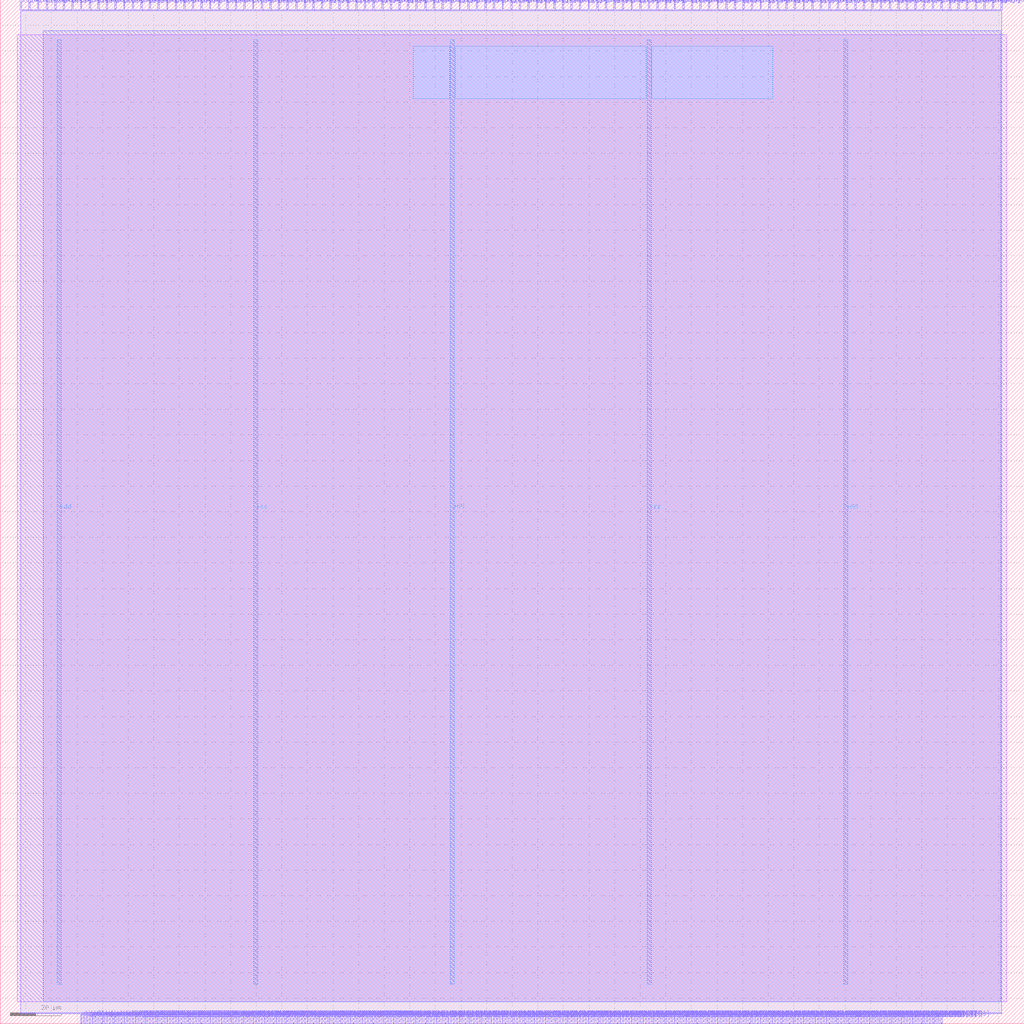
<source format=lef>
VERSION 5.7 ;
  NOWIREEXTENSIONATPIN ON ;
  DIVIDERCHAR "/" ;
  BUSBITCHARS "[]" ;
MACRO macro_tap
  CLASS BLOCK ;
  FOREIGN macro_tap ;
  ORIGIN 0.000 0.000 ;
  SIZE 400.000 BY 400.000 ;
  PIN io_active
    DIRECTION INPUT ;
    USE SIGNAL ;
    PORT
      LAYER Metal2 ;
        RECT 7.840 396.000 8.400 400.000 ;
    END
  END io_active
  PIN io_in[0]
    DIRECTION INPUT ;
    USE SIGNAL ;
    PORT
      LAYER Metal2 ;
        RECT 11.200 396.000 11.760 400.000 ;
    END
  END io_in[0]
  PIN io_in[10]
    DIRECTION INPUT ;
    USE SIGNAL ;
    PORT
      LAYER Metal2 ;
        RECT 112.000 396.000 112.560 400.000 ;
    END
  END io_in[10]
  PIN io_in[11]
    DIRECTION INPUT ;
    USE SIGNAL ;
    PORT
      LAYER Metal2 ;
        RECT 122.080 396.000 122.640 400.000 ;
    END
  END io_in[11]
  PIN io_in[12]
    DIRECTION INPUT ;
    USE SIGNAL ;
    PORT
      LAYER Metal2 ;
        RECT 132.160 396.000 132.720 400.000 ;
    END
  END io_in[12]
  PIN io_in[13]
    DIRECTION INPUT ;
    USE SIGNAL ;
    PORT
      LAYER Metal2 ;
        RECT 142.240 396.000 142.800 400.000 ;
    END
  END io_in[13]
  PIN io_in[14]
    DIRECTION INPUT ;
    USE SIGNAL ;
    PORT
      LAYER Metal2 ;
        RECT 152.320 396.000 152.880 400.000 ;
    END
  END io_in[14]
  PIN io_in[15]
    DIRECTION INPUT ;
    USE SIGNAL ;
    PORT
      LAYER Metal2 ;
        RECT 162.400 396.000 162.960 400.000 ;
    END
  END io_in[15]
  PIN io_in[16]
    DIRECTION INPUT ;
    USE SIGNAL ;
    PORT
      LAYER Metal2 ;
        RECT 172.480 396.000 173.040 400.000 ;
    END
  END io_in[16]
  PIN io_in[17]
    DIRECTION INPUT ;
    USE SIGNAL ;
    PORT
      LAYER Metal2 ;
        RECT 182.560 396.000 183.120 400.000 ;
    END
  END io_in[17]
  PIN io_in[18]
    DIRECTION INPUT ;
    USE SIGNAL ;
    PORT
      LAYER Metal2 ;
        RECT 192.640 396.000 193.200 400.000 ;
    END
  END io_in[18]
  PIN io_in[19]
    DIRECTION INPUT ;
    USE SIGNAL ;
    PORT
      LAYER Metal2 ;
        RECT 202.720 396.000 203.280 400.000 ;
    END
  END io_in[19]
  PIN io_in[1]
    DIRECTION INPUT ;
    USE SIGNAL ;
    PORT
      LAYER Metal2 ;
        RECT 21.280 396.000 21.840 400.000 ;
    END
  END io_in[1]
  PIN io_in[20]
    DIRECTION INPUT ;
    USE SIGNAL ;
    PORT
      LAYER Metal2 ;
        RECT 212.800 396.000 213.360 400.000 ;
    END
  END io_in[20]
  PIN io_in[21]
    DIRECTION INPUT ;
    USE SIGNAL ;
    PORT
      LAYER Metal2 ;
        RECT 222.880 396.000 223.440 400.000 ;
    END
  END io_in[21]
  PIN io_in[22]
    DIRECTION INPUT ;
    USE SIGNAL ;
    PORT
      LAYER Metal2 ;
        RECT 232.960 396.000 233.520 400.000 ;
    END
  END io_in[22]
  PIN io_in[23]
    DIRECTION INPUT ;
    USE SIGNAL ;
    PORT
      LAYER Metal2 ;
        RECT 243.040 396.000 243.600 400.000 ;
    END
  END io_in[23]
  PIN io_in[24]
    DIRECTION INPUT ;
    USE SIGNAL ;
    PORT
      LAYER Metal2 ;
        RECT 253.120 396.000 253.680 400.000 ;
    END
  END io_in[24]
  PIN io_in[25]
    DIRECTION INPUT ;
    USE SIGNAL ;
    PORT
      LAYER Metal2 ;
        RECT 263.200 396.000 263.760 400.000 ;
    END
  END io_in[25]
  PIN io_in[26]
    DIRECTION INPUT ;
    USE SIGNAL ;
    PORT
      LAYER Metal2 ;
        RECT 273.280 396.000 273.840 400.000 ;
    END
  END io_in[26]
  PIN io_in[27]
    DIRECTION INPUT ;
    USE SIGNAL ;
    PORT
      LAYER Metal2 ;
        RECT 283.360 396.000 283.920 400.000 ;
    END
  END io_in[27]
  PIN io_in[28]
    DIRECTION INPUT ;
    USE SIGNAL ;
    PORT
      LAYER Metal2 ;
        RECT 293.440 396.000 294.000 400.000 ;
    END
  END io_in[28]
  PIN io_in[29]
    DIRECTION INPUT ;
    USE SIGNAL ;
    PORT
      LAYER Metal2 ;
        RECT 303.520 396.000 304.080 400.000 ;
    END
  END io_in[29]
  PIN io_in[2]
    DIRECTION INPUT ;
    USE SIGNAL ;
    PORT
      LAYER Metal2 ;
        RECT 31.360 396.000 31.920 400.000 ;
    END
  END io_in[2]
  PIN io_in[30]
    DIRECTION INPUT ;
    USE SIGNAL ;
    PORT
      LAYER Metal2 ;
        RECT 313.600 396.000 314.160 400.000 ;
    END
  END io_in[30]
  PIN io_in[31]
    DIRECTION INPUT ;
    USE SIGNAL ;
    PORT
      LAYER Metal2 ;
        RECT 323.680 396.000 324.240 400.000 ;
    END
  END io_in[31]
  PIN io_in[32]
    DIRECTION INPUT ;
    USE SIGNAL ;
    PORT
      LAYER Metal2 ;
        RECT 333.760 396.000 334.320 400.000 ;
    END
  END io_in[32]
  PIN io_in[33]
    DIRECTION INPUT ;
    USE SIGNAL ;
    PORT
      LAYER Metal2 ;
        RECT 343.840 396.000 344.400 400.000 ;
    END
  END io_in[33]
  PIN io_in[34]
    DIRECTION INPUT ;
    USE SIGNAL ;
    PORT
      LAYER Metal2 ;
        RECT 353.920 396.000 354.480 400.000 ;
    END
  END io_in[34]
  PIN io_in[35]
    DIRECTION INPUT ;
    USE SIGNAL ;
    PORT
      LAYER Metal2 ;
        RECT 364.000 396.000 364.560 400.000 ;
    END
  END io_in[35]
  PIN io_in[36]
    DIRECTION INPUT ;
    USE SIGNAL ;
    PORT
      LAYER Metal2 ;
        RECT 374.080 396.000 374.640 400.000 ;
    END
  END io_in[36]
  PIN io_in[37]
    DIRECTION INPUT ;
    USE SIGNAL ;
    PORT
      LAYER Metal2 ;
        RECT 384.160 396.000 384.720 400.000 ;
    END
  END io_in[37]
  PIN io_in[3]
    DIRECTION INPUT ;
    USE SIGNAL ;
    PORT
      LAYER Metal2 ;
        RECT 41.440 396.000 42.000 400.000 ;
    END
  END io_in[3]
  PIN io_in[4]
    DIRECTION INPUT ;
    USE SIGNAL ;
    PORT
      LAYER Metal2 ;
        RECT 51.520 396.000 52.080 400.000 ;
    END
  END io_in[4]
  PIN io_in[5]
    DIRECTION INPUT ;
    USE SIGNAL ;
    PORT
      LAYER Metal2 ;
        RECT 61.600 396.000 62.160 400.000 ;
    END
  END io_in[5]
  PIN io_in[6]
    DIRECTION INPUT ;
    USE SIGNAL ;
    PORT
      LAYER Metal2 ;
        RECT 71.680 396.000 72.240 400.000 ;
    END
  END io_in[6]
  PIN io_in[7]
    DIRECTION INPUT ;
    USE SIGNAL ;
    PORT
      LAYER Metal2 ;
        RECT 81.760 396.000 82.320 400.000 ;
    END
  END io_in[7]
  PIN io_in[8]
    DIRECTION INPUT ;
    USE SIGNAL ;
    PORT
      LAYER Metal2 ;
        RECT 91.840 396.000 92.400 400.000 ;
    END
  END io_in[8]
  PIN io_in[9]
    DIRECTION INPUT ;
    USE SIGNAL ;
    PORT
      LAYER Metal2 ;
        RECT 101.920 396.000 102.480 400.000 ;
    END
  END io_in[9]
  PIN io_oeb[0]
    DIRECTION OUTPUT TRISTATE ;
    USE SIGNAL ;
    PORT
      LAYER Metal2 ;
        RECT 14.560 396.000 15.120 400.000 ;
    END
  END io_oeb[0]
  PIN io_oeb[10]
    DIRECTION OUTPUT TRISTATE ;
    USE SIGNAL ;
    PORT
      LAYER Metal2 ;
        RECT 115.360 396.000 115.920 400.000 ;
    END
  END io_oeb[10]
  PIN io_oeb[11]
    DIRECTION OUTPUT TRISTATE ;
    USE SIGNAL ;
    PORT
      LAYER Metal2 ;
        RECT 125.440 396.000 126.000 400.000 ;
    END
  END io_oeb[11]
  PIN io_oeb[12]
    DIRECTION OUTPUT TRISTATE ;
    USE SIGNAL ;
    PORT
      LAYER Metal2 ;
        RECT 135.520 396.000 136.080 400.000 ;
    END
  END io_oeb[12]
  PIN io_oeb[13]
    DIRECTION OUTPUT TRISTATE ;
    USE SIGNAL ;
    PORT
      LAYER Metal2 ;
        RECT 145.600 396.000 146.160 400.000 ;
    END
  END io_oeb[13]
  PIN io_oeb[14]
    DIRECTION OUTPUT TRISTATE ;
    USE SIGNAL ;
    PORT
      LAYER Metal2 ;
        RECT 155.680 396.000 156.240 400.000 ;
    END
  END io_oeb[14]
  PIN io_oeb[15]
    DIRECTION OUTPUT TRISTATE ;
    USE SIGNAL ;
    PORT
      LAYER Metal2 ;
        RECT 165.760 396.000 166.320 400.000 ;
    END
  END io_oeb[15]
  PIN io_oeb[16]
    DIRECTION OUTPUT TRISTATE ;
    USE SIGNAL ;
    PORT
      LAYER Metal2 ;
        RECT 175.840 396.000 176.400 400.000 ;
    END
  END io_oeb[16]
  PIN io_oeb[17]
    DIRECTION OUTPUT TRISTATE ;
    USE SIGNAL ;
    PORT
      LAYER Metal2 ;
        RECT 185.920 396.000 186.480 400.000 ;
    END
  END io_oeb[17]
  PIN io_oeb[18]
    DIRECTION OUTPUT TRISTATE ;
    USE SIGNAL ;
    PORT
      LAYER Metal2 ;
        RECT 196.000 396.000 196.560 400.000 ;
    END
  END io_oeb[18]
  PIN io_oeb[19]
    DIRECTION OUTPUT TRISTATE ;
    USE SIGNAL ;
    PORT
      LAYER Metal2 ;
        RECT 206.080 396.000 206.640 400.000 ;
    END
  END io_oeb[19]
  PIN io_oeb[1]
    DIRECTION OUTPUT TRISTATE ;
    USE SIGNAL ;
    PORT
      LAYER Metal2 ;
        RECT 24.640 396.000 25.200 400.000 ;
    END
  END io_oeb[1]
  PIN io_oeb[20]
    DIRECTION OUTPUT TRISTATE ;
    USE SIGNAL ;
    PORT
      LAYER Metal2 ;
        RECT 216.160 396.000 216.720 400.000 ;
    END
  END io_oeb[20]
  PIN io_oeb[21]
    DIRECTION OUTPUT TRISTATE ;
    USE SIGNAL ;
    PORT
      LAYER Metal2 ;
        RECT 226.240 396.000 226.800 400.000 ;
    END
  END io_oeb[21]
  PIN io_oeb[22]
    DIRECTION OUTPUT TRISTATE ;
    USE SIGNAL ;
    PORT
      LAYER Metal2 ;
        RECT 236.320 396.000 236.880 400.000 ;
    END
  END io_oeb[22]
  PIN io_oeb[23]
    DIRECTION OUTPUT TRISTATE ;
    USE SIGNAL ;
    PORT
      LAYER Metal2 ;
        RECT 246.400 396.000 246.960 400.000 ;
    END
  END io_oeb[23]
  PIN io_oeb[24]
    DIRECTION OUTPUT TRISTATE ;
    USE SIGNAL ;
    PORT
      LAYER Metal2 ;
        RECT 256.480 396.000 257.040 400.000 ;
    END
  END io_oeb[24]
  PIN io_oeb[25]
    DIRECTION OUTPUT TRISTATE ;
    USE SIGNAL ;
    PORT
      LAYER Metal2 ;
        RECT 266.560 396.000 267.120 400.000 ;
    END
  END io_oeb[25]
  PIN io_oeb[26]
    DIRECTION OUTPUT TRISTATE ;
    USE SIGNAL ;
    PORT
      LAYER Metal2 ;
        RECT 276.640 396.000 277.200 400.000 ;
    END
  END io_oeb[26]
  PIN io_oeb[27]
    DIRECTION OUTPUT TRISTATE ;
    USE SIGNAL ;
    PORT
      LAYER Metal2 ;
        RECT 286.720 396.000 287.280 400.000 ;
    END
  END io_oeb[27]
  PIN io_oeb[28]
    DIRECTION OUTPUT TRISTATE ;
    USE SIGNAL ;
    PORT
      LAYER Metal2 ;
        RECT 296.800 396.000 297.360 400.000 ;
    END
  END io_oeb[28]
  PIN io_oeb[29]
    DIRECTION OUTPUT TRISTATE ;
    USE SIGNAL ;
    PORT
      LAYER Metal2 ;
        RECT 306.880 396.000 307.440 400.000 ;
    END
  END io_oeb[29]
  PIN io_oeb[2]
    DIRECTION OUTPUT TRISTATE ;
    USE SIGNAL ;
    PORT
      LAYER Metal2 ;
        RECT 34.720 396.000 35.280 400.000 ;
    END
  END io_oeb[2]
  PIN io_oeb[30]
    DIRECTION OUTPUT TRISTATE ;
    USE SIGNAL ;
    PORT
      LAYER Metal2 ;
        RECT 316.960 396.000 317.520 400.000 ;
    END
  END io_oeb[30]
  PIN io_oeb[31]
    DIRECTION OUTPUT TRISTATE ;
    USE SIGNAL ;
    PORT
      LAYER Metal2 ;
        RECT 327.040 396.000 327.600 400.000 ;
    END
  END io_oeb[31]
  PIN io_oeb[32]
    DIRECTION OUTPUT TRISTATE ;
    USE SIGNAL ;
    PORT
      LAYER Metal2 ;
        RECT 337.120 396.000 337.680 400.000 ;
    END
  END io_oeb[32]
  PIN io_oeb[33]
    DIRECTION OUTPUT TRISTATE ;
    USE SIGNAL ;
    PORT
      LAYER Metal2 ;
        RECT 347.200 396.000 347.760 400.000 ;
    END
  END io_oeb[33]
  PIN io_oeb[34]
    DIRECTION OUTPUT TRISTATE ;
    USE SIGNAL ;
    PORT
      LAYER Metal2 ;
        RECT 357.280 396.000 357.840 400.000 ;
    END
  END io_oeb[34]
  PIN io_oeb[35]
    DIRECTION OUTPUT TRISTATE ;
    USE SIGNAL ;
    PORT
      LAYER Metal2 ;
        RECT 367.360 396.000 367.920 400.000 ;
    END
  END io_oeb[35]
  PIN io_oeb[36]
    DIRECTION OUTPUT TRISTATE ;
    USE SIGNAL ;
    PORT
      LAYER Metal2 ;
        RECT 377.440 396.000 378.000 400.000 ;
    END
  END io_oeb[36]
  PIN io_oeb[37]
    DIRECTION OUTPUT TRISTATE ;
    USE SIGNAL ;
    PORT
      LAYER Metal2 ;
        RECT 387.520 396.000 388.080 400.000 ;
    END
  END io_oeb[37]
  PIN io_oeb[3]
    DIRECTION OUTPUT TRISTATE ;
    USE SIGNAL ;
    PORT
      LAYER Metal2 ;
        RECT 44.800 396.000 45.360 400.000 ;
    END
  END io_oeb[3]
  PIN io_oeb[4]
    DIRECTION OUTPUT TRISTATE ;
    USE SIGNAL ;
    PORT
      LAYER Metal2 ;
        RECT 54.880 396.000 55.440 400.000 ;
    END
  END io_oeb[4]
  PIN io_oeb[5]
    DIRECTION OUTPUT TRISTATE ;
    USE SIGNAL ;
    PORT
      LAYER Metal2 ;
        RECT 64.960 396.000 65.520 400.000 ;
    END
  END io_oeb[5]
  PIN io_oeb[6]
    DIRECTION OUTPUT TRISTATE ;
    USE SIGNAL ;
    PORT
      LAYER Metal2 ;
        RECT 75.040 396.000 75.600 400.000 ;
    END
  END io_oeb[6]
  PIN io_oeb[7]
    DIRECTION OUTPUT TRISTATE ;
    USE SIGNAL ;
    PORT
      LAYER Metal2 ;
        RECT 85.120 396.000 85.680 400.000 ;
    END
  END io_oeb[7]
  PIN io_oeb[8]
    DIRECTION OUTPUT TRISTATE ;
    USE SIGNAL ;
    PORT
      LAYER Metal2 ;
        RECT 95.200 396.000 95.760 400.000 ;
    END
  END io_oeb[8]
  PIN io_oeb[9]
    DIRECTION OUTPUT TRISTATE ;
    USE SIGNAL ;
    PORT
      LAYER Metal2 ;
        RECT 105.280 396.000 105.840 400.000 ;
    END
  END io_oeb[9]
  PIN io_out[0]
    DIRECTION OUTPUT TRISTATE ;
    USE SIGNAL ;
    PORT
      LAYER Metal2 ;
        RECT 17.920 396.000 18.480 400.000 ;
    END
  END io_out[0]
  PIN io_out[10]
    DIRECTION OUTPUT TRISTATE ;
    USE SIGNAL ;
    PORT
      LAYER Metal2 ;
        RECT 118.720 396.000 119.280 400.000 ;
    END
  END io_out[10]
  PIN io_out[11]
    DIRECTION OUTPUT TRISTATE ;
    USE SIGNAL ;
    PORT
      LAYER Metal2 ;
        RECT 128.800 396.000 129.360 400.000 ;
    END
  END io_out[11]
  PIN io_out[12]
    DIRECTION OUTPUT TRISTATE ;
    USE SIGNAL ;
    PORT
      LAYER Metal2 ;
        RECT 138.880 396.000 139.440 400.000 ;
    END
  END io_out[12]
  PIN io_out[13]
    DIRECTION OUTPUT TRISTATE ;
    USE SIGNAL ;
    PORT
      LAYER Metal2 ;
        RECT 148.960 396.000 149.520 400.000 ;
    END
  END io_out[13]
  PIN io_out[14]
    DIRECTION OUTPUT TRISTATE ;
    USE SIGNAL ;
    PORT
      LAYER Metal2 ;
        RECT 159.040 396.000 159.600 400.000 ;
    END
  END io_out[14]
  PIN io_out[15]
    DIRECTION OUTPUT TRISTATE ;
    USE SIGNAL ;
    PORT
      LAYER Metal2 ;
        RECT 169.120 396.000 169.680 400.000 ;
    END
  END io_out[15]
  PIN io_out[16]
    DIRECTION OUTPUT TRISTATE ;
    USE SIGNAL ;
    PORT
      LAYER Metal2 ;
        RECT 179.200 396.000 179.760 400.000 ;
    END
  END io_out[16]
  PIN io_out[17]
    DIRECTION OUTPUT TRISTATE ;
    USE SIGNAL ;
    PORT
      LAYER Metal2 ;
        RECT 189.280 396.000 189.840 400.000 ;
    END
  END io_out[17]
  PIN io_out[18]
    DIRECTION OUTPUT TRISTATE ;
    USE SIGNAL ;
    PORT
      LAYER Metal2 ;
        RECT 199.360 396.000 199.920 400.000 ;
    END
  END io_out[18]
  PIN io_out[19]
    DIRECTION OUTPUT TRISTATE ;
    USE SIGNAL ;
    PORT
      LAYER Metal2 ;
        RECT 209.440 396.000 210.000 400.000 ;
    END
  END io_out[19]
  PIN io_out[1]
    DIRECTION OUTPUT TRISTATE ;
    USE SIGNAL ;
    PORT
      LAYER Metal2 ;
        RECT 28.000 396.000 28.560 400.000 ;
    END
  END io_out[1]
  PIN io_out[20]
    DIRECTION OUTPUT TRISTATE ;
    USE SIGNAL ;
    PORT
      LAYER Metal2 ;
        RECT 219.520 396.000 220.080 400.000 ;
    END
  END io_out[20]
  PIN io_out[21]
    DIRECTION OUTPUT TRISTATE ;
    USE SIGNAL ;
    PORT
      LAYER Metal2 ;
        RECT 229.600 396.000 230.160 400.000 ;
    END
  END io_out[21]
  PIN io_out[22]
    DIRECTION OUTPUT TRISTATE ;
    USE SIGNAL ;
    PORT
      LAYER Metal2 ;
        RECT 239.680 396.000 240.240 400.000 ;
    END
  END io_out[22]
  PIN io_out[23]
    DIRECTION OUTPUT TRISTATE ;
    USE SIGNAL ;
    PORT
      LAYER Metal2 ;
        RECT 249.760 396.000 250.320 400.000 ;
    END
  END io_out[23]
  PIN io_out[24]
    DIRECTION OUTPUT TRISTATE ;
    USE SIGNAL ;
    PORT
      LAYER Metal2 ;
        RECT 259.840 396.000 260.400 400.000 ;
    END
  END io_out[24]
  PIN io_out[25]
    DIRECTION OUTPUT TRISTATE ;
    USE SIGNAL ;
    PORT
      LAYER Metal2 ;
        RECT 269.920 396.000 270.480 400.000 ;
    END
  END io_out[25]
  PIN io_out[26]
    DIRECTION OUTPUT TRISTATE ;
    USE SIGNAL ;
    PORT
      LAYER Metal2 ;
        RECT 280.000 396.000 280.560 400.000 ;
    END
  END io_out[26]
  PIN io_out[27]
    DIRECTION OUTPUT TRISTATE ;
    USE SIGNAL ;
    PORT
      LAYER Metal2 ;
        RECT 290.080 396.000 290.640 400.000 ;
    END
  END io_out[27]
  PIN io_out[28]
    DIRECTION OUTPUT TRISTATE ;
    USE SIGNAL ;
    PORT
      LAYER Metal2 ;
        RECT 300.160 396.000 300.720 400.000 ;
    END
  END io_out[28]
  PIN io_out[29]
    DIRECTION OUTPUT TRISTATE ;
    USE SIGNAL ;
    PORT
      LAYER Metal2 ;
        RECT 310.240 396.000 310.800 400.000 ;
    END
  END io_out[29]
  PIN io_out[2]
    DIRECTION OUTPUT TRISTATE ;
    USE SIGNAL ;
    PORT
      LAYER Metal2 ;
        RECT 38.080 396.000 38.640 400.000 ;
    END
  END io_out[2]
  PIN io_out[30]
    DIRECTION OUTPUT TRISTATE ;
    USE SIGNAL ;
    PORT
      LAYER Metal2 ;
        RECT 320.320 396.000 320.880 400.000 ;
    END
  END io_out[30]
  PIN io_out[31]
    DIRECTION OUTPUT TRISTATE ;
    USE SIGNAL ;
    PORT
      LAYER Metal2 ;
        RECT 330.400 396.000 330.960 400.000 ;
    END
  END io_out[31]
  PIN io_out[32]
    DIRECTION OUTPUT TRISTATE ;
    USE SIGNAL ;
    PORT
      LAYER Metal2 ;
        RECT 340.480 396.000 341.040 400.000 ;
    END
  END io_out[32]
  PIN io_out[33]
    DIRECTION OUTPUT TRISTATE ;
    USE SIGNAL ;
    PORT
      LAYER Metal2 ;
        RECT 350.560 396.000 351.120 400.000 ;
    END
  END io_out[33]
  PIN io_out[34]
    DIRECTION OUTPUT TRISTATE ;
    USE SIGNAL ;
    PORT
      LAYER Metal2 ;
        RECT 360.640 396.000 361.200 400.000 ;
    END
  END io_out[34]
  PIN io_out[35]
    DIRECTION OUTPUT TRISTATE ;
    USE SIGNAL ;
    PORT
      LAYER Metal2 ;
        RECT 370.720 396.000 371.280 400.000 ;
    END
  END io_out[35]
  PIN io_out[36]
    DIRECTION OUTPUT TRISTATE ;
    USE SIGNAL ;
    PORT
      LAYER Metal2 ;
        RECT 380.800 396.000 381.360 400.000 ;
    END
  END io_out[36]
  PIN io_out[37]
    DIRECTION OUTPUT TRISTATE ;
    USE SIGNAL ;
    PORT
      LAYER Metal2 ;
        RECT 390.880 396.000 391.440 400.000 ;
    END
  END io_out[37]
  PIN io_out[3]
    DIRECTION OUTPUT TRISTATE ;
    USE SIGNAL ;
    PORT
      LAYER Metal2 ;
        RECT 48.160 396.000 48.720 400.000 ;
    END
  END io_out[3]
  PIN io_out[4]
    DIRECTION OUTPUT TRISTATE ;
    USE SIGNAL ;
    PORT
      LAYER Metal2 ;
        RECT 58.240 396.000 58.800 400.000 ;
    END
  END io_out[4]
  PIN io_out[5]
    DIRECTION OUTPUT TRISTATE ;
    USE SIGNAL ;
    PORT
      LAYER Metal2 ;
        RECT 68.320 396.000 68.880 400.000 ;
    END
  END io_out[5]
  PIN io_out[6]
    DIRECTION OUTPUT TRISTATE ;
    USE SIGNAL ;
    PORT
      LAYER Metal2 ;
        RECT 78.400 396.000 78.960 400.000 ;
    END
  END io_out[6]
  PIN io_out[7]
    DIRECTION OUTPUT TRISTATE ;
    USE SIGNAL ;
    PORT
      LAYER Metal2 ;
        RECT 88.480 396.000 89.040 400.000 ;
    END
  END io_out[7]
  PIN io_out[8]
    DIRECTION OUTPUT TRISTATE ;
    USE SIGNAL ;
    PORT
      LAYER Metal2 ;
        RECT 98.560 396.000 99.120 400.000 ;
    END
  END io_out[8]
  PIN io_out[9]
    DIRECTION OUTPUT TRISTATE ;
    USE SIGNAL ;
    PORT
      LAYER Metal2 ;
        RECT 108.640 396.000 109.200 400.000 ;
    END
  END io_out[9]
  PIN irq[0]
    DIRECTION OUTPUT TRISTATE ;
    USE SIGNAL ;
    PORT
      LAYER Metal2 ;
        RECT 365.120 0.000 365.680 4.000 ;
    END
  END irq[0]
  PIN irq[1]
    DIRECTION OUTPUT TRISTATE ;
    USE SIGNAL ;
    PORT
      LAYER Metal2 ;
        RECT 366.240 0.000 366.800 4.000 ;
    END
  END irq[1]
  PIN irq[2]
    DIRECTION OUTPUT TRISTATE ;
    USE SIGNAL ;
    PORT
      LAYER Metal2 ;
        RECT 367.360 0.000 367.920 4.000 ;
    END
  END irq[2]
  PIN la_data_in[0]
    DIRECTION INPUT ;
    USE SIGNAL ;
    PORT
      LAYER Metal2 ;
        RECT 150.080 0.000 150.640 4.000 ;
    END
  END la_data_in[0]
  PIN la_data_in[10]
    DIRECTION INPUT ;
    USE SIGNAL ;
    PORT
      LAYER Metal2 ;
        RECT 183.680 0.000 184.240 4.000 ;
    END
  END la_data_in[10]
  PIN la_data_in[11]
    DIRECTION INPUT ;
    USE SIGNAL ;
    PORT
      LAYER Metal2 ;
        RECT 187.040 0.000 187.600 4.000 ;
    END
  END la_data_in[11]
  PIN la_data_in[12]
    DIRECTION INPUT ;
    USE SIGNAL ;
    PORT
      LAYER Metal2 ;
        RECT 190.400 0.000 190.960 4.000 ;
    END
  END la_data_in[12]
  PIN la_data_in[13]
    DIRECTION INPUT ;
    USE SIGNAL ;
    PORT
      LAYER Metal2 ;
        RECT 193.760 0.000 194.320 4.000 ;
    END
  END la_data_in[13]
  PIN la_data_in[14]
    DIRECTION INPUT ;
    USE SIGNAL ;
    PORT
      LAYER Metal2 ;
        RECT 197.120 0.000 197.680 4.000 ;
    END
  END la_data_in[14]
  PIN la_data_in[15]
    DIRECTION INPUT ;
    USE SIGNAL ;
    PORT
      LAYER Metal2 ;
        RECT 200.480 0.000 201.040 4.000 ;
    END
  END la_data_in[15]
  PIN la_data_in[16]
    DIRECTION INPUT ;
    USE SIGNAL ;
    PORT
      LAYER Metal2 ;
        RECT 203.840 0.000 204.400 4.000 ;
    END
  END la_data_in[16]
  PIN la_data_in[17]
    DIRECTION INPUT ;
    USE SIGNAL ;
    PORT
      LAYER Metal2 ;
        RECT 207.200 0.000 207.760 4.000 ;
    END
  END la_data_in[17]
  PIN la_data_in[18]
    DIRECTION INPUT ;
    USE SIGNAL ;
    PORT
      LAYER Metal2 ;
        RECT 210.560 0.000 211.120 4.000 ;
    END
  END la_data_in[18]
  PIN la_data_in[19]
    DIRECTION INPUT ;
    USE SIGNAL ;
    PORT
      LAYER Metal2 ;
        RECT 213.920 0.000 214.480 4.000 ;
    END
  END la_data_in[19]
  PIN la_data_in[1]
    DIRECTION INPUT ;
    USE SIGNAL ;
    PORT
      LAYER Metal2 ;
        RECT 153.440 0.000 154.000 4.000 ;
    END
  END la_data_in[1]
  PIN la_data_in[20]
    DIRECTION INPUT ;
    USE SIGNAL ;
    PORT
      LAYER Metal2 ;
        RECT 217.280 0.000 217.840 4.000 ;
    END
  END la_data_in[20]
  PIN la_data_in[21]
    DIRECTION INPUT ;
    USE SIGNAL ;
    PORT
      LAYER Metal2 ;
        RECT 220.640 0.000 221.200 4.000 ;
    END
  END la_data_in[21]
  PIN la_data_in[22]
    DIRECTION INPUT ;
    USE SIGNAL ;
    PORT
      LAYER Metal2 ;
        RECT 224.000 0.000 224.560 4.000 ;
    END
  END la_data_in[22]
  PIN la_data_in[23]
    DIRECTION INPUT ;
    USE SIGNAL ;
    PORT
      LAYER Metal2 ;
        RECT 227.360 0.000 227.920 4.000 ;
    END
  END la_data_in[23]
  PIN la_data_in[24]
    DIRECTION INPUT ;
    USE SIGNAL ;
    PORT
      LAYER Metal2 ;
        RECT 230.720 0.000 231.280 4.000 ;
    END
  END la_data_in[24]
  PIN la_data_in[25]
    DIRECTION INPUT ;
    USE SIGNAL ;
    PORT
      LAYER Metal2 ;
        RECT 234.080 0.000 234.640 4.000 ;
    END
  END la_data_in[25]
  PIN la_data_in[26]
    DIRECTION INPUT ;
    USE SIGNAL ;
    PORT
      LAYER Metal2 ;
        RECT 237.440 0.000 238.000 4.000 ;
    END
  END la_data_in[26]
  PIN la_data_in[27]
    DIRECTION INPUT ;
    USE SIGNAL ;
    PORT
      LAYER Metal2 ;
        RECT 240.800 0.000 241.360 4.000 ;
    END
  END la_data_in[27]
  PIN la_data_in[28]
    DIRECTION INPUT ;
    USE SIGNAL ;
    PORT
      LAYER Metal2 ;
        RECT 244.160 0.000 244.720 4.000 ;
    END
  END la_data_in[28]
  PIN la_data_in[29]
    DIRECTION INPUT ;
    USE SIGNAL ;
    PORT
      LAYER Metal2 ;
        RECT 247.520 0.000 248.080 4.000 ;
    END
  END la_data_in[29]
  PIN la_data_in[2]
    DIRECTION INPUT ;
    USE SIGNAL ;
    PORT
      LAYER Metal2 ;
        RECT 156.800 0.000 157.360 4.000 ;
    END
  END la_data_in[2]
  PIN la_data_in[30]
    DIRECTION INPUT ;
    USE SIGNAL ;
    PORT
      LAYER Metal2 ;
        RECT 250.880 0.000 251.440 4.000 ;
    END
  END la_data_in[30]
  PIN la_data_in[31]
    DIRECTION INPUT ;
    USE SIGNAL ;
    PORT
      LAYER Metal2 ;
        RECT 254.240 0.000 254.800 4.000 ;
    END
  END la_data_in[31]
  PIN la_data_in[32]
    DIRECTION INPUT ;
    USE SIGNAL ;
    PORT
      LAYER Metal2 ;
        RECT 257.600 0.000 258.160 4.000 ;
    END
  END la_data_in[32]
  PIN la_data_in[33]
    DIRECTION INPUT ;
    USE SIGNAL ;
    PORT
      LAYER Metal2 ;
        RECT 260.960 0.000 261.520 4.000 ;
    END
  END la_data_in[33]
  PIN la_data_in[34]
    DIRECTION INPUT ;
    USE SIGNAL ;
    PORT
      LAYER Metal2 ;
        RECT 264.320 0.000 264.880 4.000 ;
    END
  END la_data_in[34]
  PIN la_data_in[35]
    DIRECTION INPUT ;
    USE SIGNAL ;
    PORT
      LAYER Metal2 ;
        RECT 267.680 0.000 268.240 4.000 ;
    END
  END la_data_in[35]
  PIN la_data_in[36]
    DIRECTION INPUT ;
    USE SIGNAL ;
    PORT
      LAYER Metal2 ;
        RECT 271.040 0.000 271.600 4.000 ;
    END
  END la_data_in[36]
  PIN la_data_in[37]
    DIRECTION INPUT ;
    USE SIGNAL ;
    PORT
      LAYER Metal2 ;
        RECT 274.400 0.000 274.960 4.000 ;
    END
  END la_data_in[37]
  PIN la_data_in[38]
    DIRECTION INPUT ;
    USE SIGNAL ;
    PORT
      LAYER Metal2 ;
        RECT 277.760 0.000 278.320 4.000 ;
    END
  END la_data_in[38]
  PIN la_data_in[39]
    DIRECTION INPUT ;
    USE SIGNAL ;
    PORT
      LAYER Metal2 ;
        RECT 281.120 0.000 281.680 4.000 ;
    END
  END la_data_in[39]
  PIN la_data_in[3]
    DIRECTION INPUT ;
    USE SIGNAL ;
    PORT
      LAYER Metal2 ;
        RECT 160.160 0.000 160.720 4.000 ;
    END
  END la_data_in[3]
  PIN la_data_in[40]
    DIRECTION INPUT ;
    USE SIGNAL ;
    PORT
      LAYER Metal2 ;
        RECT 284.480 0.000 285.040 4.000 ;
    END
  END la_data_in[40]
  PIN la_data_in[41]
    DIRECTION INPUT ;
    USE SIGNAL ;
    PORT
      LAYER Metal2 ;
        RECT 287.840 0.000 288.400 4.000 ;
    END
  END la_data_in[41]
  PIN la_data_in[42]
    DIRECTION INPUT ;
    USE SIGNAL ;
    PORT
      LAYER Metal2 ;
        RECT 291.200 0.000 291.760 4.000 ;
    END
  END la_data_in[42]
  PIN la_data_in[43]
    DIRECTION INPUT ;
    USE SIGNAL ;
    PORT
      LAYER Metal2 ;
        RECT 294.560 0.000 295.120 4.000 ;
    END
  END la_data_in[43]
  PIN la_data_in[44]
    DIRECTION INPUT ;
    USE SIGNAL ;
    PORT
      LAYER Metal2 ;
        RECT 297.920 0.000 298.480 4.000 ;
    END
  END la_data_in[44]
  PIN la_data_in[45]
    DIRECTION INPUT ;
    USE SIGNAL ;
    PORT
      LAYER Metal2 ;
        RECT 301.280 0.000 301.840 4.000 ;
    END
  END la_data_in[45]
  PIN la_data_in[46]
    DIRECTION INPUT ;
    USE SIGNAL ;
    PORT
      LAYER Metal2 ;
        RECT 304.640 0.000 305.200 4.000 ;
    END
  END la_data_in[46]
  PIN la_data_in[47]
    DIRECTION INPUT ;
    USE SIGNAL ;
    PORT
      LAYER Metal2 ;
        RECT 308.000 0.000 308.560 4.000 ;
    END
  END la_data_in[47]
  PIN la_data_in[48]
    DIRECTION INPUT ;
    USE SIGNAL ;
    PORT
      LAYER Metal2 ;
        RECT 311.360 0.000 311.920 4.000 ;
    END
  END la_data_in[48]
  PIN la_data_in[49]
    DIRECTION INPUT ;
    USE SIGNAL ;
    PORT
      LAYER Metal2 ;
        RECT 314.720 0.000 315.280 4.000 ;
    END
  END la_data_in[49]
  PIN la_data_in[4]
    DIRECTION INPUT ;
    USE SIGNAL ;
    PORT
      LAYER Metal2 ;
        RECT 163.520 0.000 164.080 4.000 ;
    END
  END la_data_in[4]
  PIN la_data_in[50]
    DIRECTION INPUT ;
    USE SIGNAL ;
    PORT
      LAYER Metal2 ;
        RECT 318.080 0.000 318.640 4.000 ;
    END
  END la_data_in[50]
  PIN la_data_in[51]
    DIRECTION INPUT ;
    USE SIGNAL ;
    PORT
      LAYER Metal2 ;
        RECT 321.440 0.000 322.000 4.000 ;
    END
  END la_data_in[51]
  PIN la_data_in[52]
    DIRECTION INPUT ;
    USE SIGNAL ;
    PORT
      LAYER Metal2 ;
        RECT 324.800 0.000 325.360 4.000 ;
    END
  END la_data_in[52]
  PIN la_data_in[53]
    DIRECTION INPUT ;
    USE SIGNAL ;
    PORT
      LAYER Metal2 ;
        RECT 328.160 0.000 328.720 4.000 ;
    END
  END la_data_in[53]
  PIN la_data_in[54]
    DIRECTION INPUT ;
    USE SIGNAL ;
    PORT
      LAYER Metal2 ;
        RECT 331.520 0.000 332.080 4.000 ;
    END
  END la_data_in[54]
  PIN la_data_in[55]
    DIRECTION INPUT ;
    USE SIGNAL ;
    PORT
      LAYER Metal2 ;
        RECT 334.880 0.000 335.440 4.000 ;
    END
  END la_data_in[55]
  PIN la_data_in[56]
    DIRECTION INPUT ;
    USE SIGNAL ;
    PORT
      LAYER Metal2 ;
        RECT 338.240 0.000 338.800 4.000 ;
    END
  END la_data_in[56]
  PIN la_data_in[57]
    DIRECTION INPUT ;
    USE SIGNAL ;
    PORT
      LAYER Metal2 ;
        RECT 341.600 0.000 342.160 4.000 ;
    END
  END la_data_in[57]
  PIN la_data_in[58]
    DIRECTION INPUT ;
    USE SIGNAL ;
    PORT
      LAYER Metal2 ;
        RECT 344.960 0.000 345.520 4.000 ;
    END
  END la_data_in[58]
  PIN la_data_in[59]
    DIRECTION INPUT ;
    USE SIGNAL ;
    PORT
      LAYER Metal2 ;
        RECT 348.320 0.000 348.880 4.000 ;
    END
  END la_data_in[59]
  PIN la_data_in[5]
    DIRECTION INPUT ;
    USE SIGNAL ;
    PORT
      LAYER Metal2 ;
        RECT 166.880 0.000 167.440 4.000 ;
    END
  END la_data_in[5]
  PIN la_data_in[60]
    DIRECTION INPUT ;
    USE SIGNAL ;
    PORT
      LAYER Metal2 ;
        RECT 351.680 0.000 352.240 4.000 ;
    END
  END la_data_in[60]
  PIN la_data_in[61]
    DIRECTION INPUT ;
    USE SIGNAL ;
    PORT
      LAYER Metal2 ;
        RECT 355.040 0.000 355.600 4.000 ;
    END
  END la_data_in[61]
  PIN la_data_in[62]
    DIRECTION INPUT ;
    USE SIGNAL ;
    PORT
      LAYER Metal2 ;
        RECT 358.400 0.000 358.960 4.000 ;
    END
  END la_data_in[62]
  PIN la_data_in[63]
    DIRECTION INPUT ;
    USE SIGNAL ;
    PORT
      LAYER Metal2 ;
        RECT 361.760 0.000 362.320 4.000 ;
    END
  END la_data_in[63]
  PIN la_data_in[6]
    DIRECTION INPUT ;
    USE SIGNAL ;
    PORT
      LAYER Metal2 ;
        RECT 170.240 0.000 170.800 4.000 ;
    END
  END la_data_in[6]
  PIN la_data_in[7]
    DIRECTION INPUT ;
    USE SIGNAL ;
    PORT
      LAYER Metal2 ;
        RECT 173.600 0.000 174.160 4.000 ;
    END
  END la_data_in[7]
  PIN la_data_in[8]
    DIRECTION INPUT ;
    USE SIGNAL ;
    PORT
      LAYER Metal2 ;
        RECT 176.960 0.000 177.520 4.000 ;
    END
  END la_data_in[8]
  PIN la_data_in[9]
    DIRECTION INPUT ;
    USE SIGNAL ;
    PORT
      LAYER Metal2 ;
        RECT 180.320 0.000 180.880 4.000 ;
    END
  END la_data_in[9]
  PIN la_data_out[0]
    DIRECTION OUTPUT TRISTATE ;
    USE SIGNAL ;
    PORT
      LAYER Metal2 ;
        RECT 151.200 0.000 151.760 4.000 ;
    END
  END la_data_out[0]
  PIN la_data_out[10]
    DIRECTION OUTPUT TRISTATE ;
    USE SIGNAL ;
    PORT
      LAYER Metal2 ;
        RECT 184.800 0.000 185.360 4.000 ;
    END
  END la_data_out[10]
  PIN la_data_out[11]
    DIRECTION OUTPUT TRISTATE ;
    USE SIGNAL ;
    PORT
      LAYER Metal2 ;
        RECT 188.160 0.000 188.720 4.000 ;
    END
  END la_data_out[11]
  PIN la_data_out[12]
    DIRECTION OUTPUT TRISTATE ;
    USE SIGNAL ;
    PORT
      LAYER Metal2 ;
        RECT 191.520 0.000 192.080 4.000 ;
    END
  END la_data_out[12]
  PIN la_data_out[13]
    DIRECTION OUTPUT TRISTATE ;
    USE SIGNAL ;
    PORT
      LAYER Metal2 ;
        RECT 194.880 0.000 195.440 4.000 ;
    END
  END la_data_out[13]
  PIN la_data_out[14]
    DIRECTION OUTPUT TRISTATE ;
    USE SIGNAL ;
    PORT
      LAYER Metal2 ;
        RECT 198.240 0.000 198.800 4.000 ;
    END
  END la_data_out[14]
  PIN la_data_out[15]
    DIRECTION OUTPUT TRISTATE ;
    USE SIGNAL ;
    PORT
      LAYER Metal2 ;
        RECT 201.600 0.000 202.160 4.000 ;
    END
  END la_data_out[15]
  PIN la_data_out[16]
    DIRECTION OUTPUT TRISTATE ;
    USE SIGNAL ;
    PORT
      LAYER Metal2 ;
        RECT 204.960 0.000 205.520 4.000 ;
    END
  END la_data_out[16]
  PIN la_data_out[17]
    DIRECTION OUTPUT TRISTATE ;
    USE SIGNAL ;
    PORT
      LAYER Metal2 ;
        RECT 208.320 0.000 208.880 4.000 ;
    END
  END la_data_out[17]
  PIN la_data_out[18]
    DIRECTION OUTPUT TRISTATE ;
    USE SIGNAL ;
    PORT
      LAYER Metal2 ;
        RECT 211.680 0.000 212.240 4.000 ;
    END
  END la_data_out[18]
  PIN la_data_out[19]
    DIRECTION OUTPUT TRISTATE ;
    USE SIGNAL ;
    PORT
      LAYER Metal2 ;
        RECT 215.040 0.000 215.600 4.000 ;
    END
  END la_data_out[19]
  PIN la_data_out[1]
    DIRECTION OUTPUT TRISTATE ;
    USE SIGNAL ;
    PORT
      LAYER Metal2 ;
        RECT 154.560 0.000 155.120 4.000 ;
    END
  END la_data_out[1]
  PIN la_data_out[20]
    DIRECTION OUTPUT TRISTATE ;
    USE SIGNAL ;
    PORT
      LAYER Metal2 ;
        RECT 218.400 0.000 218.960 4.000 ;
    END
  END la_data_out[20]
  PIN la_data_out[21]
    DIRECTION OUTPUT TRISTATE ;
    USE SIGNAL ;
    PORT
      LAYER Metal2 ;
        RECT 221.760 0.000 222.320 4.000 ;
    END
  END la_data_out[21]
  PIN la_data_out[22]
    DIRECTION OUTPUT TRISTATE ;
    USE SIGNAL ;
    PORT
      LAYER Metal2 ;
        RECT 225.120 0.000 225.680 4.000 ;
    END
  END la_data_out[22]
  PIN la_data_out[23]
    DIRECTION OUTPUT TRISTATE ;
    USE SIGNAL ;
    PORT
      LAYER Metal2 ;
        RECT 228.480 0.000 229.040 4.000 ;
    END
  END la_data_out[23]
  PIN la_data_out[24]
    DIRECTION OUTPUT TRISTATE ;
    USE SIGNAL ;
    PORT
      LAYER Metal2 ;
        RECT 231.840 0.000 232.400 4.000 ;
    END
  END la_data_out[24]
  PIN la_data_out[25]
    DIRECTION OUTPUT TRISTATE ;
    USE SIGNAL ;
    PORT
      LAYER Metal2 ;
        RECT 235.200 0.000 235.760 4.000 ;
    END
  END la_data_out[25]
  PIN la_data_out[26]
    DIRECTION OUTPUT TRISTATE ;
    USE SIGNAL ;
    PORT
      LAYER Metal2 ;
        RECT 238.560 0.000 239.120 4.000 ;
    END
  END la_data_out[26]
  PIN la_data_out[27]
    DIRECTION OUTPUT TRISTATE ;
    USE SIGNAL ;
    PORT
      LAYER Metal2 ;
        RECT 241.920 0.000 242.480 4.000 ;
    END
  END la_data_out[27]
  PIN la_data_out[28]
    DIRECTION OUTPUT TRISTATE ;
    USE SIGNAL ;
    PORT
      LAYER Metal2 ;
        RECT 245.280 0.000 245.840 4.000 ;
    END
  END la_data_out[28]
  PIN la_data_out[29]
    DIRECTION OUTPUT TRISTATE ;
    USE SIGNAL ;
    PORT
      LAYER Metal2 ;
        RECT 248.640 0.000 249.200 4.000 ;
    END
  END la_data_out[29]
  PIN la_data_out[2]
    DIRECTION OUTPUT TRISTATE ;
    USE SIGNAL ;
    PORT
      LAYER Metal2 ;
        RECT 157.920 0.000 158.480 4.000 ;
    END
  END la_data_out[2]
  PIN la_data_out[30]
    DIRECTION OUTPUT TRISTATE ;
    USE SIGNAL ;
    PORT
      LAYER Metal2 ;
        RECT 252.000 0.000 252.560 4.000 ;
    END
  END la_data_out[30]
  PIN la_data_out[31]
    DIRECTION OUTPUT TRISTATE ;
    USE SIGNAL ;
    PORT
      LAYER Metal2 ;
        RECT 255.360 0.000 255.920 4.000 ;
    END
  END la_data_out[31]
  PIN la_data_out[32]
    DIRECTION OUTPUT TRISTATE ;
    USE SIGNAL ;
    PORT
      LAYER Metal2 ;
        RECT 258.720 0.000 259.280 4.000 ;
    END
  END la_data_out[32]
  PIN la_data_out[33]
    DIRECTION OUTPUT TRISTATE ;
    USE SIGNAL ;
    PORT
      LAYER Metal2 ;
        RECT 262.080 0.000 262.640 4.000 ;
    END
  END la_data_out[33]
  PIN la_data_out[34]
    DIRECTION OUTPUT TRISTATE ;
    USE SIGNAL ;
    PORT
      LAYER Metal2 ;
        RECT 265.440 0.000 266.000 4.000 ;
    END
  END la_data_out[34]
  PIN la_data_out[35]
    DIRECTION OUTPUT TRISTATE ;
    USE SIGNAL ;
    PORT
      LAYER Metal2 ;
        RECT 268.800 0.000 269.360 4.000 ;
    END
  END la_data_out[35]
  PIN la_data_out[36]
    DIRECTION OUTPUT TRISTATE ;
    USE SIGNAL ;
    PORT
      LAYER Metal2 ;
        RECT 272.160 0.000 272.720 4.000 ;
    END
  END la_data_out[36]
  PIN la_data_out[37]
    DIRECTION OUTPUT TRISTATE ;
    USE SIGNAL ;
    PORT
      LAYER Metal2 ;
        RECT 275.520 0.000 276.080 4.000 ;
    END
  END la_data_out[37]
  PIN la_data_out[38]
    DIRECTION OUTPUT TRISTATE ;
    USE SIGNAL ;
    PORT
      LAYER Metal2 ;
        RECT 278.880 0.000 279.440 4.000 ;
    END
  END la_data_out[38]
  PIN la_data_out[39]
    DIRECTION OUTPUT TRISTATE ;
    USE SIGNAL ;
    PORT
      LAYER Metal2 ;
        RECT 282.240 0.000 282.800 4.000 ;
    END
  END la_data_out[39]
  PIN la_data_out[3]
    DIRECTION OUTPUT TRISTATE ;
    USE SIGNAL ;
    PORT
      LAYER Metal2 ;
        RECT 161.280 0.000 161.840 4.000 ;
    END
  END la_data_out[3]
  PIN la_data_out[40]
    DIRECTION OUTPUT TRISTATE ;
    USE SIGNAL ;
    PORT
      LAYER Metal2 ;
        RECT 285.600 0.000 286.160 4.000 ;
    END
  END la_data_out[40]
  PIN la_data_out[41]
    DIRECTION OUTPUT TRISTATE ;
    USE SIGNAL ;
    PORT
      LAYER Metal2 ;
        RECT 288.960 0.000 289.520 4.000 ;
    END
  END la_data_out[41]
  PIN la_data_out[42]
    DIRECTION OUTPUT TRISTATE ;
    USE SIGNAL ;
    PORT
      LAYER Metal2 ;
        RECT 292.320 0.000 292.880 4.000 ;
    END
  END la_data_out[42]
  PIN la_data_out[43]
    DIRECTION OUTPUT TRISTATE ;
    USE SIGNAL ;
    PORT
      LAYER Metal2 ;
        RECT 295.680 0.000 296.240 4.000 ;
    END
  END la_data_out[43]
  PIN la_data_out[44]
    DIRECTION OUTPUT TRISTATE ;
    USE SIGNAL ;
    PORT
      LAYER Metal2 ;
        RECT 299.040 0.000 299.600 4.000 ;
    END
  END la_data_out[44]
  PIN la_data_out[45]
    DIRECTION OUTPUT TRISTATE ;
    USE SIGNAL ;
    PORT
      LAYER Metal2 ;
        RECT 302.400 0.000 302.960 4.000 ;
    END
  END la_data_out[45]
  PIN la_data_out[46]
    DIRECTION OUTPUT TRISTATE ;
    USE SIGNAL ;
    PORT
      LAYER Metal2 ;
        RECT 305.760 0.000 306.320 4.000 ;
    END
  END la_data_out[46]
  PIN la_data_out[47]
    DIRECTION OUTPUT TRISTATE ;
    USE SIGNAL ;
    PORT
      LAYER Metal2 ;
        RECT 309.120 0.000 309.680 4.000 ;
    END
  END la_data_out[47]
  PIN la_data_out[48]
    DIRECTION OUTPUT TRISTATE ;
    USE SIGNAL ;
    PORT
      LAYER Metal2 ;
        RECT 312.480 0.000 313.040 4.000 ;
    END
  END la_data_out[48]
  PIN la_data_out[49]
    DIRECTION OUTPUT TRISTATE ;
    USE SIGNAL ;
    PORT
      LAYER Metal2 ;
        RECT 315.840 0.000 316.400 4.000 ;
    END
  END la_data_out[49]
  PIN la_data_out[4]
    DIRECTION OUTPUT TRISTATE ;
    USE SIGNAL ;
    PORT
      LAYER Metal2 ;
        RECT 164.640 0.000 165.200 4.000 ;
    END
  END la_data_out[4]
  PIN la_data_out[50]
    DIRECTION OUTPUT TRISTATE ;
    USE SIGNAL ;
    PORT
      LAYER Metal2 ;
        RECT 319.200 0.000 319.760 4.000 ;
    END
  END la_data_out[50]
  PIN la_data_out[51]
    DIRECTION OUTPUT TRISTATE ;
    USE SIGNAL ;
    PORT
      LAYER Metal2 ;
        RECT 322.560 0.000 323.120 4.000 ;
    END
  END la_data_out[51]
  PIN la_data_out[52]
    DIRECTION OUTPUT TRISTATE ;
    USE SIGNAL ;
    PORT
      LAYER Metal2 ;
        RECT 325.920 0.000 326.480 4.000 ;
    END
  END la_data_out[52]
  PIN la_data_out[53]
    DIRECTION OUTPUT TRISTATE ;
    USE SIGNAL ;
    PORT
      LAYER Metal2 ;
        RECT 329.280 0.000 329.840 4.000 ;
    END
  END la_data_out[53]
  PIN la_data_out[54]
    DIRECTION OUTPUT TRISTATE ;
    USE SIGNAL ;
    PORT
      LAYER Metal2 ;
        RECT 332.640 0.000 333.200 4.000 ;
    END
  END la_data_out[54]
  PIN la_data_out[55]
    DIRECTION OUTPUT TRISTATE ;
    USE SIGNAL ;
    PORT
      LAYER Metal2 ;
        RECT 336.000 0.000 336.560 4.000 ;
    END
  END la_data_out[55]
  PIN la_data_out[56]
    DIRECTION OUTPUT TRISTATE ;
    USE SIGNAL ;
    PORT
      LAYER Metal2 ;
        RECT 339.360 0.000 339.920 4.000 ;
    END
  END la_data_out[56]
  PIN la_data_out[57]
    DIRECTION OUTPUT TRISTATE ;
    USE SIGNAL ;
    PORT
      LAYER Metal2 ;
        RECT 342.720 0.000 343.280 4.000 ;
    END
  END la_data_out[57]
  PIN la_data_out[58]
    DIRECTION OUTPUT TRISTATE ;
    USE SIGNAL ;
    PORT
      LAYER Metal2 ;
        RECT 346.080 0.000 346.640 4.000 ;
    END
  END la_data_out[58]
  PIN la_data_out[59]
    DIRECTION OUTPUT TRISTATE ;
    USE SIGNAL ;
    PORT
      LAYER Metal2 ;
        RECT 349.440 0.000 350.000 4.000 ;
    END
  END la_data_out[59]
  PIN la_data_out[5]
    DIRECTION OUTPUT TRISTATE ;
    USE SIGNAL ;
    PORT
      LAYER Metal2 ;
        RECT 168.000 0.000 168.560 4.000 ;
    END
  END la_data_out[5]
  PIN la_data_out[60]
    DIRECTION OUTPUT TRISTATE ;
    USE SIGNAL ;
    PORT
      LAYER Metal2 ;
        RECT 352.800 0.000 353.360 4.000 ;
    END
  END la_data_out[60]
  PIN la_data_out[61]
    DIRECTION OUTPUT TRISTATE ;
    USE SIGNAL ;
    PORT
      LAYER Metal2 ;
        RECT 356.160 0.000 356.720 4.000 ;
    END
  END la_data_out[61]
  PIN la_data_out[62]
    DIRECTION OUTPUT TRISTATE ;
    USE SIGNAL ;
    PORT
      LAYER Metal2 ;
        RECT 359.520 0.000 360.080 4.000 ;
    END
  END la_data_out[62]
  PIN la_data_out[63]
    DIRECTION OUTPUT TRISTATE ;
    USE SIGNAL ;
    PORT
      LAYER Metal2 ;
        RECT 362.880 0.000 363.440 4.000 ;
    END
  END la_data_out[63]
  PIN la_data_out[6]
    DIRECTION OUTPUT TRISTATE ;
    USE SIGNAL ;
    PORT
      LAYER Metal2 ;
        RECT 171.360 0.000 171.920 4.000 ;
    END
  END la_data_out[6]
  PIN la_data_out[7]
    DIRECTION OUTPUT TRISTATE ;
    USE SIGNAL ;
    PORT
      LAYER Metal2 ;
        RECT 174.720 0.000 175.280 4.000 ;
    END
  END la_data_out[7]
  PIN la_data_out[8]
    DIRECTION OUTPUT TRISTATE ;
    USE SIGNAL ;
    PORT
      LAYER Metal2 ;
        RECT 178.080 0.000 178.640 4.000 ;
    END
  END la_data_out[8]
  PIN la_data_out[9]
    DIRECTION OUTPUT TRISTATE ;
    USE SIGNAL ;
    PORT
      LAYER Metal2 ;
        RECT 181.440 0.000 182.000 4.000 ;
    END
  END la_data_out[9]
  PIN la_oenb[0]
    DIRECTION INPUT ;
    USE SIGNAL ;
    PORT
      LAYER Metal2 ;
        RECT 152.320 0.000 152.880 4.000 ;
    END
  END la_oenb[0]
  PIN la_oenb[10]
    DIRECTION INPUT ;
    USE SIGNAL ;
    PORT
      LAYER Metal2 ;
        RECT 185.920 0.000 186.480 4.000 ;
    END
  END la_oenb[10]
  PIN la_oenb[11]
    DIRECTION INPUT ;
    USE SIGNAL ;
    PORT
      LAYER Metal2 ;
        RECT 189.280 0.000 189.840 4.000 ;
    END
  END la_oenb[11]
  PIN la_oenb[12]
    DIRECTION INPUT ;
    USE SIGNAL ;
    PORT
      LAYER Metal2 ;
        RECT 192.640 0.000 193.200 4.000 ;
    END
  END la_oenb[12]
  PIN la_oenb[13]
    DIRECTION INPUT ;
    USE SIGNAL ;
    PORT
      LAYER Metal2 ;
        RECT 196.000 0.000 196.560 4.000 ;
    END
  END la_oenb[13]
  PIN la_oenb[14]
    DIRECTION INPUT ;
    USE SIGNAL ;
    PORT
      LAYER Metal2 ;
        RECT 199.360 0.000 199.920 4.000 ;
    END
  END la_oenb[14]
  PIN la_oenb[15]
    DIRECTION INPUT ;
    USE SIGNAL ;
    PORT
      LAYER Metal2 ;
        RECT 202.720 0.000 203.280 4.000 ;
    END
  END la_oenb[15]
  PIN la_oenb[16]
    DIRECTION INPUT ;
    USE SIGNAL ;
    PORT
      LAYER Metal2 ;
        RECT 206.080 0.000 206.640 4.000 ;
    END
  END la_oenb[16]
  PIN la_oenb[17]
    DIRECTION INPUT ;
    USE SIGNAL ;
    PORT
      LAYER Metal2 ;
        RECT 209.440 0.000 210.000 4.000 ;
    END
  END la_oenb[17]
  PIN la_oenb[18]
    DIRECTION INPUT ;
    USE SIGNAL ;
    PORT
      LAYER Metal2 ;
        RECT 212.800 0.000 213.360 4.000 ;
    END
  END la_oenb[18]
  PIN la_oenb[19]
    DIRECTION INPUT ;
    USE SIGNAL ;
    PORT
      LAYER Metal2 ;
        RECT 216.160 0.000 216.720 4.000 ;
    END
  END la_oenb[19]
  PIN la_oenb[1]
    DIRECTION INPUT ;
    USE SIGNAL ;
    PORT
      LAYER Metal2 ;
        RECT 155.680 0.000 156.240 4.000 ;
    END
  END la_oenb[1]
  PIN la_oenb[20]
    DIRECTION INPUT ;
    USE SIGNAL ;
    PORT
      LAYER Metal2 ;
        RECT 219.520 0.000 220.080 4.000 ;
    END
  END la_oenb[20]
  PIN la_oenb[21]
    DIRECTION INPUT ;
    USE SIGNAL ;
    PORT
      LAYER Metal2 ;
        RECT 222.880 0.000 223.440 4.000 ;
    END
  END la_oenb[21]
  PIN la_oenb[22]
    DIRECTION INPUT ;
    USE SIGNAL ;
    PORT
      LAYER Metal2 ;
        RECT 226.240 0.000 226.800 4.000 ;
    END
  END la_oenb[22]
  PIN la_oenb[23]
    DIRECTION INPUT ;
    USE SIGNAL ;
    PORT
      LAYER Metal2 ;
        RECT 229.600 0.000 230.160 4.000 ;
    END
  END la_oenb[23]
  PIN la_oenb[24]
    DIRECTION INPUT ;
    USE SIGNAL ;
    PORT
      LAYER Metal2 ;
        RECT 232.960 0.000 233.520 4.000 ;
    END
  END la_oenb[24]
  PIN la_oenb[25]
    DIRECTION INPUT ;
    USE SIGNAL ;
    PORT
      LAYER Metal2 ;
        RECT 236.320 0.000 236.880 4.000 ;
    END
  END la_oenb[25]
  PIN la_oenb[26]
    DIRECTION INPUT ;
    USE SIGNAL ;
    PORT
      LAYER Metal2 ;
        RECT 239.680 0.000 240.240 4.000 ;
    END
  END la_oenb[26]
  PIN la_oenb[27]
    DIRECTION INPUT ;
    USE SIGNAL ;
    PORT
      LAYER Metal2 ;
        RECT 243.040 0.000 243.600 4.000 ;
    END
  END la_oenb[27]
  PIN la_oenb[28]
    DIRECTION INPUT ;
    USE SIGNAL ;
    PORT
      LAYER Metal2 ;
        RECT 246.400 0.000 246.960 4.000 ;
    END
  END la_oenb[28]
  PIN la_oenb[29]
    DIRECTION INPUT ;
    USE SIGNAL ;
    PORT
      LAYER Metal2 ;
        RECT 249.760 0.000 250.320 4.000 ;
    END
  END la_oenb[29]
  PIN la_oenb[2]
    DIRECTION INPUT ;
    USE SIGNAL ;
    PORT
      LAYER Metal2 ;
        RECT 159.040 0.000 159.600 4.000 ;
    END
  END la_oenb[2]
  PIN la_oenb[30]
    DIRECTION INPUT ;
    USE SIGNAL ;
    PORT
      LAYER Metal2 ;
        RECT 253.120 0.000 253.680 4.000 ;
    END
  END la_oenb[30]
  PIN la_oenb[31]
    DIRECTION INPUT ;
    USE SIGNAL ;
    PORT
      LAYER Metal2 ;
        RECT 256.480 0.000 257.040 4.000 ;
    END
  END la_oenb[31]
  PIN la_oenb[32]
    DIRECTION INPUT ;
    USE SIGNAL ;
    PORT
      LAYER Metal2 ;
        RECT 259.840 0.000 260.400 4.000 ;
    END
  END la_oenb[32]
  PIN la_oenb[33]
    DIRECTION INPUT ;
    USE SIGNAL ;
    PORT
      LAYER Metal2 ;
        RECT 263.200 0.000 263.760 4.000 ;
    END
  END la_oenb[33]
  PIN la_oenb[34]
    DIRECTION INPUT ;
    USE SIGNAL ;
    PORT
      LAYER Metal2 ;
        RECT 266.560 0.000 267.120 4.000 ;
    END
  END la_oenb[34]
  PIN la_oenb[35]
    DIRECTION INPUT ;
    USE SIGNAL ;
    PORT
      LAYER Metal2 ;
        RECT 269.920 0.000 270.480 4.000 ;
    END
  END la_oenb[35]
  PIN la_oenb[36]
    DIRECTION INPUT ;
    USE SIGNAL ;
    PORT
      LAYER Metal2 ;
        RECT 273.280 0.000 273.840 4.000 ;
    END
  END la_oenb[36]
  PIN la_oenb[37]
    DIRECTION INPUT ;
    USE SIGNAL ;
    PORT
      LAYER Metal2 ;
        RECT 276.640 0.000 277.200 4.000 ;
    END
  END la_oenb[37]
  PIN la_oenb[38]
    DIRECTION INPUT ;
    USE SIGNAL ;
    PORT
      LAYER Metal2 ;
        RECT 280.000 0.000 280.560 4.000 ;
    END
  END la_oenb[38]
  PIN la_oenb[39]
    DIRECTION INPUT ;
    USE SIGNAL ;
    PORT
      LAYER Metal2 ;
        RECT 283.360 0.000 283.920 4.000 ;
    END
  END la_oenb[39]
  PIN la_oenb[3]
    DIRECTION INPUT ;
    USE SIGNAL ;
    PORT
      LAYER Metal2 ;
        RECT 162.400 0.000 162.960 4.000 ;
    END
  END la_oenb[3]
  PIN la_oenb[40]
    DIRECTION INPUT ;
    USE SIGNAL ;
    PORT
      LAYER Metal2 ;
        RECT 286.720 0.000 287.280 4.000 ;
    END
  END la_oenb[40]
  PIN la_oenb[41]
    DIRECTION INPUT ;
    USE SIGNAL ;
    PORT
      LAYER Metal2 ;
        RECT 290.080 0.000 290.640 4.000 ;
    END
  END la_oenb[41]
  PIN la_oenb[42]
    DIRECTION INPUT ;
    USE SIGNAL ;
    PORT
      LAYER Metal2 ;
        RECT 293.440 0.000 294.000 4.000 ;
    END
  END la_oenb[42]
  PIN la_oenb[43]
    DIRECTION INPUT ;
    USE SIGNAL ;
    PORT
      LAYER Metal2 ;
        RECT 296.800 0.000 297.360 4.000 ;
    END
  END la_oenb[43]
  PIN la_oenb[44]
    DIRECTION INPUT ;
    USE SIGNAL ;
    PORT
      LAYER Metal2 ;
        RECT 300.160 0.000 300.720 4.000 ;
    END
  END la_oenb[44]
  PIN la_oenb[45]
    DIRECTION INPUT ;
    USE SIGNAL ;
    PORT
      LAYER Metal2 ;
        RECT 303.520 0.000 304.080 4.000 ;
    END
  END la_oenb[45]
  PIN la_oenb[46]
    DIRECTION INPUT ;
    USE SIGNAL ;
    PORT
      LAYER Metal2 ;
        RECT 306.880 0.000 307.440 4.000 ;
    END
  END la_oenb[46]
  PIN la_oenb[47]
    DIRECTION INPUT ;
    USE SIGNAL ;
    PORT
      LAYER Metal2 ;
        RECT 310.240 0.000 310.800 4.000 ;
    END
  END la_oenb[47]
  PIN la_oenb[48]
    DIRECTION INPUT ;
    USE SIGNAL ;
    PORT
      LAYER Metal2 ;
        RECT 313.600 0.000 314.160 4.000 ;
    END
  END la_oenb[48]
  PIN la_oenb[49]
    DIRECTION INPUT ;
    USE SIGNAL ;
    PORT
      LAYER Metal2 ;
        RECT 316.960 0.000 317.520 4.000 ;
    END
  END la_oenb[49]
  PIN la_oenb[4]
    DIRECTION INPUT ;
    USE SIGNAL ;
    PORT
      LAYER Metal2 ;
        RECT 165.760 0.000 166.320 4.000 ;
    END
  END la_oenb[4]
  PIN la_oenb[50]
    DIRECTION INPUT ;
    USE SIGNAL ;
    PORT
      LAYER Metal2 ;
        RECT 320.320 0.000 320.880 4.000 ;
    END
  END la_oenb[50]
  PIN la_oenb[51]
    DIRECTION INPUT ;
    USE SIGNAL ;
    PORT
      LAYER Metal2 ;
        RECT 323.680 0.000 324.240 4.000 ;
    END
  END la_oenb[51]
  PIN la_oenb[52]
    DIRECTION INPUT ;
    USE SIGNAL ;
    PORT
      LAYER Metal2 ;
        RECT 327.040 0.000 327.600 4.000 ;
    END
  END la_oenb[52]
  PIN la_oenb[53]
    DIRECTION INPUT ;
    USE SIGNAL ;
    PORT
      LAYER Metal2 ;
        RECT 330.400 0.000 330.960 4.000 ;
    END
  END la_oenb[53]
  PIN la_oenb[54]
    DIRECTION INPUT ;
    USE SIGNAL ;
    PORT
      LAYER Metal2 ;
        RECT 333.760 0.000 334.320 4.000 ;
    END
  END la_oenb[54]
  PIN la_oenb[55]
    DIRECTION INPUT ;
    USE SIGNAL ;
    PORT
      LAYER Metal2 ;
        RECT 337.120 0.000 337.680 4.000 ;
    END
  END la_oenb[55]
  PIN la_oenb[56]
    DIRECTION INPUT ;
    USE SIGNAL ;
    PORT
      LAYER Metal2 ;
        RECT 340.480 0.000 341.040 4.000 ;
    END
  END la_oenb[56]
  PIN la_oenb[57]
    DIRECTION INPUT ;
    USE SIGNAL ;
    PORT
      LAYER Metal2 ;
        RECT 343.840 0.000 344.400 4.000 ;
    END
  END la_oenb[57]
  PIN la_oenb[58]
    DIRECTION INPUT ;
    USE SIGNAL ;
    PORT
      LAYER Metal2 ;
        RECT 347.200 0.000 347.760 4.000 ;
    END
  END la_oenb[58]
  PIN la_oenb[59]
    DIRECTION INPUT ;
    USE SIGNAL ;
    PORT
      LAYER Metal2 ;
        RECT 350.560 0.000 351.120 4.000 ;
    END
  END la_oenb[59]
  PIN la_oenb[5]
    DIRECTION INPUT ;
    USE SIGNAL ;
    PORT
      LAYER Metal2 ;
        RECT 169.120 0.000 169.680 4.000 ;
    END
  END la_oenb[5]
  PIN la_oenb[60]
    DIRECTION INPUT ;
    USE SIGNAL ;
    PORT
      LAYER Metal2 ;
        RECT 353.920 0.000 354.480 4.000 ;
    END
  END la_oenb[60]
  PIN la_oenb[61]
    DIRECTION INPUT ;
    USE SIGNAL ;
    PORT
      LAYER Metal2 ;
        RECT 357.280 0.000 357.840 4.000 ;
    END
  END la_oenb[61]
  PIN la_oenb[62]
    DIRECTION INPUT ;
    USE SIGNAL ;
    PORT
      LAYER Metal2 ;
        RECT 360.640 0.000 361.200 4.000 ;
    END
  END la_oenb[62]
  PIN la_oenb[63]
    DIRECTION INPUT ;
    USE SIGNAL ;
    PORT
      LAYER Metal2 ;
        RECT 364.000 0.000 364.560 4.000 ;
    END
  END la_oenb[63]
  PIN la_oenb[6]
    DIRECTION INPUT ;
    USE SIGNAL ;
    PORT
      LAYER Metal2 ;
        RECT 172.480 0.000 173.040 4.000 ;
    END
  END la_oenb[6]
  PIN la_oenb[7]
    DIRECTION INPUT ;
    USE SIGNAL ;
    PORT
      LAYER Metal2 ;
        RECT 175.840 0.000 176.400 4.000 ;
    END
  END la_oenb[7]
  PIN la_oenb[8]
    DIRECTION INPUT ;
    USE SIGNAL ;
    PORT
      LAYER Metal2 ;
        RECT 179.200 0.000 179.760 4.000 ;
    END
  END la_oenb[8]
  PIN la_oenb[9]
    DIRECTION INPUT ;
    USE SIGNAL ;
    PORT
      LAYER Metal2 ;
        RECT 182.560 0.000 183.120 4.000 ;
    END
  END la_oenb[9]
  PIN vdd
    DIRECTION INOUT ;
    USE POWER ;
    PORT
      LAYER Metal4 ;
        RECT 22.240 15.380 23.840 384.460 ;
    END
    PORT
      LAYER Metal4 ;
        RECT 175.840 15.380 177.440 384.460 ;
    END
    PORT
      LAYER Metal4 ;
        RECT 329.440 15.380 331.040 384.460 ;
    END
  END vdd
  PIN vss
    DIRECTION INOUT ;
    USE GROUND ;
    PORT
      LAYER Metal4 ;
        RECT 99.040 15.380 100.640 384.460 ;
    END
    PORT
      LAYER Metal4 ;
        RECT 252.640 15.380 254.240 384.460 ;
    END
  END vss
  PIN wb_clk_i
    DIRECTION INPUT ;
    USE SIGNAL ;
    PORT
      LAYER Metal2 ;
        RECT 31.360 0.000 31.920 4.000 ;
    END
  END wb_clk_i
  PIN wb_rst_i
    DIRECTION INPUT ;
    USE SIGNAL ;
    PORT
      LAYER Metal2 ;
        RECT 32.480 0.000 33.040 4.000 ;
    END
  END wb_rst_i
  PIN wbs_ack_o
    DIRECTION OUTPUT TRISTATE ;
    USE SIGNAL ;
    PORT
      LAYER Metal2 ;
        RECT 33.600 0.000 34.160 4.000 ;
    END
  END wbs_ack_o
  PIN wbs_adr_i[0]
    DIRECTION INPUT ;
    USE SIGNAL ;
    PORT
      LAYER Metal2 ;
        RECT 38.080 0.000 38.640 4.000 ;
    END
  END wbs_adr_i[0]
  PIN wbs_adr_i[10]
    DIRECTION INPUT ;
    USE SIGNAL ;
    PORT
      LAYER Metal2 ;
        RECT 76.160 0.000 76.720 4.000 ;
    END
  END wbs_adr_i[10]
  PIN wbs_adr_i[11]
    DIRECTION INPUT ;
    USE SIGNAL ;
    PORT
      LAYER Metal2 ;
        RECT 79.520 0.000 80.080 4.000 ;
    END
  END wbs_adr_i[11]
  PIN wbs_adr_i[12]
    DIRECTION INPUT ;
    USE SIGNAL ;
    PORT
      LAYER Metal2 ;
        RECT 82.880 0.000 83.440 4.000 ;
    END
  END wbs_adr_i[12]
  PIN wbs_adr_i[13]
    DIRECTION INPUT ;
    USE SIGNAL ;
    PORT
      LAYER Metal2 ;
        RECT 86.240 0.000 86.800 4.000 ;
    END
  END wbs_adr_i[13]
  PIN wbs_adr_i[14]
    DIRECTION INPUT ;
    USE SIGNAL ;
    PORT
      LAYER Metal2 ;
        RECT 89.600 0.000 90.160 4.000 ;
    END
  END wbs_adr_i[14]
  PIN wbs_adr_i[15]
    DIRECTION INPUT ;
    USE SIGNAL ;
    PORT
      LAYER Metal2 ;
        RECT 92.960 0.000 93.520 4.000 ;
    END
  END wbs_adr_i[15]
  PIN wbs_adr_i[16]
    DIRECTION INPUT ;
    USE SIGNAL ;
    PORT
      LAYER Metal2 ;
        RECT 96.320 0.000 96.880 4.000 ;
    END
  END wbs_adr_i[16]
  PIN wbs_adr_i[17]
    DIRECTION INPUT ;
    USE SIGNAL ;
    PORT
      LAYER Metal2 ;
        RECT 99.680 0.000 100.240 4.000 ;
    END
  END wbs_adr_i[17]
  PIN wbs_adr_i[18]
    DIRECTION INPUT ;
    USE SIGNAL ;
    PORT
      LAYER Metal2 ;
        RECT 103.040 0.000 103.600 4.000 ;
    END
  END wbs_adr_i[18]
  PIN wbs_adr_i[19]
    DIRECTION INPUT ;
    USE SIGNAL ;
    PORT
      LAYER Metal2 ;
        RECT 106.400 0.000 106.960 4.000 ;
    END
  END wbs_adr_i[19]
  PIN wbs_adr_i[1]
    DIRECTION INPUT ;
    USE SIGNAL ;
    PORT
      LAYER Metal2 ;
        RECT 42.560 0.000 43.120 4.000 ;
    END
  END wbs_adr_i[1]
  PIN wbs_adr_i[20]
    DIRECTION INPUT ;
    USE SIGNAL ;
    PORT
      LAYER Metal2 ;
        RECT 109.760 0.000 110.320 4.000 ;
    END
  END wbs_adr_i[20]
  PIN wbs_adr_i[21]
    DIRECTION INPUT ;
    USE SIGNAL ;
    PORT
      LAYER Metal2 ;
        RECT 113.120 0.000 113.680 4.000 ;
    END
  END wbs_adr_i[21]
  PIN wbs_adr_i[22]
    DIRECTION INPUT ;
    USE SIGNAL ;
    PORT
      LAYER Metal2 ;
        RECT 116.480 0.000 117.040 4.000 ;
    END
  END wbs_adr_i[22]
  PIN wbs_adr_i[23]
    DIRECTION INPUT ;
    USE SIGNAL ;
    PORT
      LAYER Metal2 ;
        RECT 119.840 0.000 120.400 4.000 ;
    END
  END wbs_adr_i[23]
  PIN wbs_adr_i[24]
    DIRECTION INPUT ;
    USE SIGNAL ;
    PORT
      LAYER Metal2 ;
        RECT 123.200 0.000 123.760 4.000 ;
    END
  END wbs_adr_i[24]
  PIN wbs_adr_i[25]
    DIRECTION INPUT ;
    USE SIGNAL ;
    PORT
      LAYER Metal2 ;
        RECT 126.560 0.000 127.120 4.000 ;
    END
  END wbs_adr_i[25]
  PIN wbs_adr_i[26]
    DIRECTION INPUT ;
    USE SIGNAL ;
    PORT
      LAYER Metal2 ;
        RECT 129.920 0.000 130.480 4.000 ;
    END
  END wbs_adr_i[26]
  PIN wbs_adr_i[27]
    DIRECTION INPUT ;
    USE SIGNAL ;
    PORT
      LAYER Metal2 ;
        RECT 133.280 0.000 133.840 4.000 ;
    END
  END wbs_adr_i[27]
  PIN wbs_adr_i[28]
    DIRECTION INPUT ;
    USE SIGNAL ;
    PORT
      LAYER Metal2 ;
        RECT 136.640 0.000 137.200 4.000 ;
    END
  END wbs_adr_i[28]
  PIN wbs_adr_i[29]
    DIRECTION INPUT ;
    USE SIGNAL ;
    PORT
      LAYER Metal2 ;
        RECT 140.000 0.000 140.560 4.000 ;
    END
  END wbs_adr_i[29]
  PIN wbs_adr_i[2]
    DIRECTION INPUT ;
    USE SIGNAL ;
    PORT
      LAYER Metal2 ;
        RECT 47.040 0.000 47.600 4.000 ;
    END
  END wbs_adr_i[2]
  PIN wbs_adr_i[30]
    DIRECTION INPUT ;
    USE SIGNAL ;
    PORT
      LAYER Metal2 ;
        RECT 143.360 0.000 143.920 4.000 ;
    END
  END wbs_adr_i[30]
  PIN wbs_adr_i[31]
    DIRECTION INPUT ;
    USE SIGNAL ;
    PORT
      LAYER Metal2 ;
        RECT 146.720 0.000 147.280 4.000 ;
    END
  END wbs_adr_i[31]
  PIN wbs_adr_i[3]
    DIRECTION INPUT ;
    USE SIGNAL ;
    PORT
      LAYER Metal2 ;
        RECT 51.520 0.000 52.080 4.000 ;
    END
  END wbs_adr_i[3]
  PIN wbs_adr_i[4]
    DIRECTION INPUT ;
    USE SIGNAL ;
    PORT
      LAYER Metal2 ;
        RECT 56.000 0.000 56.560 4.000 ;
    END
  END wbs_adr_i[4]
  PIN wbs_adr_i[5]
    DIRECTION INPUT ;
    USE SIGNAL ;
    PORT
      LAYER Metal2 ;
        RECT 59.360 0.000 59.920 4.000 ;
    END
  END wbs_adr_i[5]
  PIN wbs_adr_i[6]
    DIRECTION INPUT ;
    USE SIGNAL ;
    PORT
      LAYER Metal2 ;
        RECT 62.720 0.000 63.280 4.000 ;
    END
  END wbs_adr_i[6]
  PIN wbs_adr_i[7]
    DIRECTION INPUT ;
    USE SIGNAL ;
    PORT
      LAYER Metal2 ;
        RECT 66.080 0.000 66.640 4.000 ;
    END
  END wbs_adr_i[7]
  PIN wbs_adr_i[8]
    DIRECTION INPUT ;
    USE SIGNAL ;
    PORT
      LAYER Metal2 ;
        RECT 69.440 0.000 70.000 4.000 ;
    END
  END wbs_adr_i[8]
  PIN wbs_adr_i[9]
    DIRECTION INPUT ;
    USE SIGNAL ;
    PORT
      LAYER Metal2 ;
        RECT 72.800 0.000 73.360 4.000 ;
    END
  END wbs_adr_i[9]
  PIN wbs_cyc_i
    DIRECTION INPUT ;
    USE SIGNAL ;
    PORT
      LAYER Metal2 ;
        RECT 34.720 0.000 35.280 4.000 ;
    END
  END wbs_cyc_i
  PIN wbs_dat_i[0]
    DIRECTION INPUT ;
    USE SIGNAL ;
    PORT
      LAYER Metal2 ;
        RECT 39.200 0.000 39.760 4.000 ;
    END
  END wbs_dat_i[0]
  PIN wbs_dat_i[10]
    DIRECTION INPUT ;
    USE SIGNAL ;
    PORT
      LAYER Metal2 ;
        RECT 77.280 0.000 77.840 4.000 ;
    END
  END wbs_dat_i[10]
  PIN wbs_dat_i[11]
    DIRECTION INPUT ;
    USE SIGNAL ;
    PORT
      LAYER Metal2 ;
        RECT 80.640 0.000 81.200 4.000 ;
    END
  END wbs_dat_i[11]
  PIN wbs_dat_i[12]
    DIRECTION INPUT ;
    USE SIGNAL ;
    PORT
      LAYER Metal2 ;
        RECT 84.000 0.000 84.560 4.000 ;
    END
  END wbs_dat_i[12]
  PIN wbs_dat_i[13]
    DIRECTION INPUT ;
    USE SIGNAL ;
    PORT
      LAYER Metal2 ;
        RECT 87.360 0.000 87.920 4.000 ;
    END
  END wbs_dat_i[13]
  PIN wbs_dat_i[14]
    DIRECTION INPUT ;
    USE SIGNAL ;
    PORT
      LAYER Metal2 ;
        RECT 90.720 0.000 91.280 4.000 ;
    END
  END wbs_dat_i[14]
  PIN wbs_dat_i[15]
    DIRECTION INPUT ;
    USE SIGNAL ;
    PORT
      LAYER Metal2 ;
        RECT 94.080 0.000 94.640 4.000 ;
    END
  END wbs_dat_i[15]
  PIN wbs_dat_i[16]
    DIRECTION INPUT ;
    USE SIGNAL ;
    PORT
      LAYER Metal2 ;
        RECT 97.440 0.000 98.000 4.000 ;
    END
  END wbs_dat_i[16]
  PIN wbs_dat_i[17]
    DIRECTION INPUT ;
    USE SIGNAL ;
    PORT
      LAYER Metal2 ;
        RECT 100.800 0.000 101.360 4.000 ;
    END
  END wbs_dat_i[17]
  PIN wbs_dat_i[18]
    DIRECTION INPUT ;
    USE SIGNAL ;
    PORT
      LAYER Metal2 ;
        RECT 104.160 0.000 104.720 4.000 ;
    END
  END wbs_dat_i[18]
  PIN wbs_dat_i[19]
    DIRECTION INPUT ;
    USE SIGNAL ;
    PORT
      LAYER Metal2 ;
        RECT 107.520 0.000 108.080 4.000 ;
    END
  END wbs_dat_i[19]
  PIN wbs_dat_i[1]
    DIRECTION INPUT ;
    USE SIGNAL ;
    PORT
      LAYER Metal2 ;
        RECT 43.680 0.000 44.240 4.000 ;
    END
  END wbs_dat_i[1]
  PIN wbs_dat_i[20]
    DIRECTION INPUT ;
    USE SIGNAL ;
    PORT
      LAYER Metal2 ;
        RECT 110.880 0.000 111.440 4.000 ;
    END
  END wbs_dat_i[20]
  PIN wbs_dat_i[21]
    DIRECTION INPUT ;
    USE SIGNAL ;
    PORT
      LAYER Metal2 ;
        RECT 114.240 0.000 114.800 4.000 ;
    END
  END wbs_dat_i[21]
  PIN wbs_dat_i[22]
    DIRECTION INPUT ;
    USE SIGNAL ;
    PORT
      LAYER Metal2 ;
        RECT 117.600 0.000 118.160 4.000 ;
    END
  END wbs_dat_i[22]
  PIN wbs_dat_i[23]
    DIRECTION INPUT ;
    USE SIGNAL ;
    PORT
      LAYER Metal2 ;
        RECT 120.960 0.000 121.520 4.000 ;
    END
  END wbs_dat_i[23]
  PIN wbs_dat_i[24]
    DIRECTION INPUT ;
    USE SIGNAL ;
    PORT
      LAYER Metal2 ;
        RECT 124.320 0.000 124.880 4.000 ;
    END
  END wbs_dat_i[24]
  PIN wbs_dat_i[25]
    DIRECTION INPUT ;
    USE SIGNAL ;
    PORT
      LAYER Metal2 ;
        RECT 127.680 0.000 128.240 4.000 ;
    END
  END wbs_dat_i[25]
  PIN wbs_dat_i[26]
    DIRECTION INPUT ;
    USE SIGNAL ;
    PORT
      LAYER Metal2 ;
        RECT 131.040 0.000 131.600 4.000 ;
    END
  END wbs_dat_i[26]
  PIN wbs_dat_i[27]
    DIRECTION INPUT ;
    USE SIGNAL ;
    PORT
      LAYER Metal2 ;
        RECT 134.400 0.000 134.960 4.000 ;
    END
  END wbs_dat_i[27]
  PIN wbs_dat_i[28]
    DIRECTION INPUT ;
    USE SIGNAL ;
    PORT
      LAYER Metal2 ;
        RECT 137.760 0.000 138.320 4.000 ;
    END
  END wbs_dat_i[28]
  PIN wbs_dat_i[29]
    DIRECTION INPUT ;
    USE SIGNAL ;
    PORT
      LAYER Metal2 ;
        RECT 141.120 0.000 141.680 4.000 ;
    END
  END wbs_dat_i[29]
  PIN wbs_dat_i[2]
    DIRECTION INPUT ;
    USE SIGNAL ;
    PORT
      LAYER Metal2 ;
        RECT 48.160 0.000 48.720 4.000 ;
    END
  END wbs_dat_i[2]
  PIN wbs_dat_i[30]
    DIRECTION INPUT ;
    USE SIGNAL ;
    PORT
      LAYER Metal2 ;
        RECT 144.480 0.000 145.040 4.000 ;
    END
  END wbs_dat_i[30]
  PIN wbs_dat_i[31]
    DIRECTION INPUT ;
    USE SIGNAL ;
    PORT
      LAYER Metal2 ;
        RECT 147.840 0.000 148.400 4.000 ;
    END
  END wbs_dat_i[31]
  PIN wbs_dat_i[3]
    DIRECTION INPUT ;
    USE SIGNAL ;
    PORT
      LAYER Metal2 ;
        RECT 52.640 0.000 53.200 4.000 ;
    END
  END wbs_dat_i[3]
  PIN wbs_dat_i[4]
    DIRECTION INPUT ;
    USE SIGNAL ;
    PORT
      LAYER Metal2 ;
        RECT 57.120 0.000 57.680 4.000 ;
    END
  END wbs_dat_i[4]
  PIN wbs_dat_i[5]
    DIRECTION INPUT ;
    USE SIGNAL ;
    PORT
      LAYER Metal2 ;
        RECT 60.480 0.000 61.040 4.000 ;
    END
  END wbs_dat_i[5]
  PIN wbs_dat_i[6]
    DIRECTION INPUT ;
    USE SIGNAL ;
    PORT
      LAYER Metal2 ;
        RECT 63.840 0.000 64.400 4.000 ;
    END
  END wbs_dat_i[6]
  PIN wbs_dat_i[7]
    DIRECTION INPUT ;
    USE SIGNAL ;
    PORT
      LAYER Metal2 ;
        RECT 67.200 0.000 67.760 4.000 ;
    END
  END wbs_dat_i[7]
  PIN wbs_dat_i[8]
    DIRECTION INPUT ;
    USE SIGNAL ;
    PORT
      LAYER Metal2 ;
        RECT 70.560 0.000 71.120 4.000 ;
    END
  END wbs_dat_i[8]
  PIN wbs_dat_i[9]
    DIRECTION INPUT ;
    USE SIGNAL ;
    PORT
      LAYER Metal2 ;
        RECT 73.920 0.000 74.480 4.000 ;
    END
  END wbs_dat_i[9]
  PIN wbs_dat_o[0]
    DIRECTION OUTPUT TRISTATE ;
    USE SIGNAL ;
    PORT
      LAYER Metal2 ;
        RECT 40.320 0.000 40.880 4.000 ;
    END
  END wbs_dat_o[0]
  PIN wbs_dat_o[10]
    DIRECTION OUTPUT TRISTATE ;
    USE SIGNAL ;
    PORT
      LAYER Metal2 ;
        RECT 78.400 0.000 78.960 4.000 ;
    END
  END wbs_dat_o[10]
  PIN wbs_dat_o[11]
    DIRECTION OUTPUT TRISTATE ;
    USE SIGNAL ;
    PORT
      LAYER Metal2 ;
        RECT 81.760 0.000 82.320 4.000 ;
    END
  END wbs_dat_o[11]
  PIN wbs_dat_o[12]
    DIRECTION OUTPUT TRISTATE ;
    USE SIGNAL ;
    PORT
      LAYER Metal2 ;
        RECT 85.120 0.000 85.680 4.000 ;
    END
  END wbs_dat_o[12]
  PIN wbs_dat_o[13]
    DIRECTION OUTPUT TRISTATE ;
    USE SIGNAL ;
    PORT
      LAYER Metal2 ;
        RECT 88.480 0.000 89.040 4.000 ;
    END
  END wbs_dat_o[13]
  PIN wbs_dat_o[14]
    DIRECTION OUTPUT TRISTATE ;
    USE SIGNAL ;
    PORT
      LAYER Metal2 ;
        RECT 91.840 0.000 92.400 4.000 ;
    END
  END wbs_dat_o[14]
  PIN wbs_dat_o[15]
    DIRECTION OUTPUT TRISTATE ;
    USE SIGNAL ;
    PORT
      LAYER Metal2 ;
        RECT 95.200 0.000 95.760 4.000 ;
    END
  END wbs_dat_o[15]
  PIN wbs_dat_o[16]
    DIRECTION OUTPUT TRISTATE ;
    USE SIGNAL ;
    PORT
      LAYER Metal2 ;
        RECT 98.560 0.000 99.120 4.000 ;
    END
  END wbs_dat_o[16]
  PIN wbs_dat_o[17]
    DIRECTION OUTPUT TRISTATE ;
    USE SIGNAL ;
    PORT
      LAYER Metal2 ;
        RECT 101.920 0.000 102.480 4.000 ;
    END
  END wbs_dat_o[17]
  PIN wbs_dat_o[18]
    DIRECTION OUTPUT TRISTATE ;
    USE SIGNAL ;
    PORT
      LAYER Metal2 ;
        RECT 105.280 0.000 105.840 4.000 ;
    END
  END wbs_dat_o[18]
  PIN wbs_dat_o[19]
    DIRECTION OUTPUT TRISTATE ;
    USE SIGNAL ;
    PORT
      LAYER Metal2 ;
        RECT 108.640 0.000 109.200 4.000 ;
    END
  END wbs_dat_o[19]
  PIN wbs_dat_o[1]
    DIRECTION OUTPUT TRISTATE ;
    USE SIGNAL ;
    PORT
      LAYER Metal2 ;
        RECT 44.800 0.000 45.360 4.000 ;
    END
  END wbs_dat_o[1]
  PIN wbs_dat_o[20]
    DIRECTION OUTPUT TRISTATE ;
    USE SIGNAL ;
    PORT
      LAYER Metal2 ;
        RECT 112.000 0.000 112.560 4.000 ;
    END
  END wbs_dat_o[20]
  PIN wbs_dat_o[21]
    DIRECTION OUTPUT TRISTATE ;
    USE SIGNAL ;
    PORT
      LAYER Metal2 ;
        RECT 115.360 0.000 115.920 4.000 ;
    END
  END wbs_dat_o[21]
  PIN wbs_dat_o[22]
    DIRECTION OUTPUT TRISTATE ;
    USE SIGNAL ;
    PORT
      LAYER Metal2 ;
        RECT 118.720 0.000 119.280 4.000 ;
    END
  END wbs_dat_o[22]
  PIN wbs_dat_o[23]
    DIRECTION OUTPUT TRISTATE ;
    USE SIGNAL ;
    PORT
      LAYER Metal2 ;
        RECT 122.080 0.000 122.640 4.000 ;
    END
  END wbs_dat_o[23]
  PIN wbs_dat_o[24]
    DIRECTION OUTPUT TRISTATE ;
    USE SIGNAL ;
    PORT
      LAYER Metal2 ;
        RECT 125.440 0.000 126.000 4.000 ;
    END
  END wbs_dat_o[24]
  PIN wbs_dat_o[25]
    DIRECTION OUTPUT TRISTATE ;
    USE SIGNAL ;
    PORT
      LAYER Metal2 ;
        RECT 128.800 0.000 129.360 4.000 ;
    END
  END wbs_dat_o[25]
  PIN wbs_dat_o[26]
    DIRECTION OUTPUT TRISTATE ;
    USE SIGNAL ;
    PORT
      LAYER Metal2 ;
        RECT 132.160 0.000 132.720 4.000 ;
    END
  END wbs_dat_o[26]
  PIN wbs_dat_o[27]
    DIRECTION OUTPUT TRISTATE ;
    USE SIGNAL ;
    PORT
      LAYER Metal2 ;
        RECT 135.520 0.000 136.080 4.000 ;
    END
  END wbs_dat_o[27]
  PIN wbs_dat_o[28]
    DIRECTION OUTPUT TRISTATE ;
    USE SIGNAL ;
    PORT
      LAYER Metal2 ;
        RECT 138.880 0.000 139.440 4.000 ;
    END
  END wbs_dat_o[28]
  PIN wbs_dat_o[29]
    DIRECTION OUTPUT TRISTATE ;
    USE SIGNAL ;
    PORT
      LAYER Metal2 ;
        RECT 142.240 0.000 142.800 4.000 ;
    END
  END wbs_dat_o[29]
  PIN wbs_dat_o[2]
    DIRECTION OUTPUT TRISTATE ;
    USE SIGNAL ;
    PORT
      LAYER Metal2 ;
        RECT 49.280 0.000 49.840 4.000 ;
    END
  END wbs_dat_o[2]
  PIN wbs_dat_o[30]
    DIRECTION OUTPUT TRISTATE ;
    USE SIGNAL ;
    PORT
      LAYER Metal2 ;
        RECT 145.600 0.000 146.160 4.000 ;
    END
  END wbs_dat_o[30]
  PIN wbs_dat_o[31]
    DIRECTION OUTPUT TRISTATE ;
    USE SIGNAL ;
    PORT
      LAYER Metal2 ;
        RECT 148.960 0.000 149.520 4.000 ;
    END
  END wbs_dat_o[31]
  PIN wbs_dat_o[3]
    DIRECTION OUTPUT TRISTATE ;
    USE SIGNAL ;
    PORT
      LAYER Metal2 ;
        RECT 53.760 0.000 54.320 4.000 ;
    END
  END wbs_dat_o[3]
  PIN wbs_dat_o[4]
    DIRECTION OUTPUT TRISTATE ;
    USE SIGNAL ;
    PORT
      LAYER Metal2 ;
        RECT 58.240 0.000 58.800 4.000 ;
    END
  END wbs_dat_o[4]
  PIN wbs_dat_o[5]
    DIRECTION OUTPUT TRISTATE ;
    USE SIGNAL ;
    PORT
      LAYER Metal2 ;
        RECT 61.600 0.000 62.160 4.000 ;
    END
  END wbs_dat_o[5]
  PIN wbs_dat_o[6]
    DIRECTION OUTPUT TRISTATE ;
    USE SIGNAL ;
    PORT
      LAYER Metal2 ;
        RECT 64.960 0.000 65.520 4.000 ;
    END
  END wbs_dat_o[6]
  PIN wbs_dat_o[7]
    DIRECTION OUTPUT TRISTATE ;
    USE SIGNAL ;
    PORT
      LAYER Metal2 ;
        RECT 68.320 0.000 68.880 4.000 ;
    END
  END wbs_dat_o[7]
  PIN wbs_dat_o[8]
    DIRECTION OUTPUT TRISTATE ;
    USE SIGNAL ;
    PORT
      LAYER Metal2 ;
        RECT 71.680 0.000 72.240 4.000 ;
    END
  END wbs_dat_o[8]
  PIN wbs_dat_o[9]
    DIRECTION OUTPUT TRISTATE ;
    USE SIGNAL ;
    PORT
      LAYER Metal2 ;
        RECT 75.040 0.000 75.600 4.000 ;
    END
  END wbs_dat_o[9]
  PIN wbs_sel_i[0]
    DIRECTION INPUT ;
    USE SIGNAL ;
    PORT
      LAYER Metal2 ;
        RECT 41.440 0.000 42.000 4.000 ;
    END
  END wbs_sel_i[0]
  PIN wbs_sel_i[1]
    DIRECTION INPUT ;
    USE SIGNAL ;
    PORT
      LAYER Metal2 ;
        RECT 45.920 0.000 46.480 4.000 ;
    END
  END wbs_sel_i[1]
  PIN wbs_sel_i[2]
    DIRECTION INPUT ;
    USE SIGNAL ;
    PORT
      LAYER Metal2 ;
        RECT 50.400 0.000 50.960 4.000 ;
    END
  END wbs_sel_i[2]
  PIN wbs_sel_i[3]
    DIRECTION INPUT ;
    USE SIGNAL ;
    PORT
      LAYER Metal2 ;
        RECT 54.880 0.000 55.440 4.000 ;
    END
  END wbs_sel_i[3]
  PIN wbs_stb_i
    DIRECTION INPUT ;
    USE SIGNAL ;
    PORT
      LAYER Metal2 ;
        RECT 35.840 0.000 36.400 4.000 ;
    END
  END wbs_stb_i
  PIN wbs_we_i
    DIRECTION INPUT ;
    USE SIGNAL ;
    PORT
      LAYER Metal2 ;
        RECT 36.960 0.000 37.520 4.000 ;
    END
  END wbs_we_i
  OBS
      LAYER Metal1 ;
        RECT 6.720 8.550 393.120 386.250 ;
      LAYER Metal2 ;
        RECT 8.700 395.700 10.900 396.000 ;
        RECT 12.060 395.700 14.260 396.000 ;
        RECT 15.420 395.700 17.620 396.000 ;
        RECT 18.780 395.700 20.980 396.000 ;
        RECT 22.140 395.700 24.340 396.000 ;
        RECT 25.500 395.700 27.700 396.000 ;
        RECT 28.860 395.700 31.060 396.000 ;
        RECT 32.220 395.700 34.420 396.000 ;
        RECT 35.580 395.700 37.780 396.000 ;
        RECT 38.940 395.700 41.140 396.000 ;
        RECT 42.300 395.700 44.500 396.000 ;
        RECT 45.660 395.700 47.860 396.000 ;
        RECT 49.020 395.700 51.220 396.000 ;
        RECT 52.380 395.700 54.580 396.000 ;
        RECT 55.740 395.700 57.940 396.000 ;
        RECT 59.100 395.700 61.300 396.000 ;
        RECT 62.460 395.700 64.660 396.000 ;
        RECT 65.820 395.700 68.020 396.000 ;
        RECT 69.180 395.700 71.380 396.000 ;
        RECT 72.540 395.700 74.740 396.000 ;
        RECT 75.900 395.700 78.100 396.000 ;
        RECT 79.260 395.700 81.460 396.000 ;
        RECT 82.620 395.700 84.820 396.000 ;
        RECT 85.980 395.700 88.180 396.000 ;
        RECT 89.340 395.700 91.540 396.000 ;
        RECT 92.700 395.700 94.900 396.000 ;
        RECT 96.060 395.700 98.260 396.000 ;
        RECT 99.420 395.700 101.620 396.000 ;
        RECT 102.780 395.700 104.980 396.000 ;
        RECT 106.140 395.700 108.340 396.000 ;
        RECT 109.500 395.700 111.700 396.000 ;
        RECT 112.860 395.700 115.060 396.000 ;
        RECT 116.220 395.700 118.420 396.000 ;
        RECT 119.580 395.700 121.780 396.000 ;
        RECT 122.940 395.700 125.140 396.000 ;
        RECT 126.300 395.700 128.500 396.000 ;
        RECT 129.660 395.700 131.860 396.000 ;
        RECT 133.020 395.700 135.220 396.000 ;
        RECT 136.380 395.700 138.580 396.000 ;
        RECT 139.740 395.700 141.940 396.000 ;
        RECT 143.100 395.700 145.300 396.000 ;
        RECT 146.460 395.700 148.660 396.000 ;
        RECT 149.820 395.700 152.020 396.000 ;
        RECT 153.180 395.700 155.380 396.000 ;
        RECT 156.540 395.700 158.740 396.000 ;
        RECT 159.900 395.700 162.100 396.000 ;
        RECT 163.260 395.700 165.460 396.000 ;
        RECT 166.620 395.700 168.820 396.000 ;
        RECT 169.980 395.700 172.180 396.000 ;
        RECT 173.340 395.700 175.540 396.000 ;
        RECT 176.700 395.700 178.900 396.000 ;
        RECT 180.060 395.700 182.260 396.000 ;
        RECT 183.420 395.700 185.620 396.000 ;
        RECT 186.780 395.700 188.980 396.000 ;
        RECT 190.140 395.700 192.340 396.000 ;
        RECT 193.500 395.700 195.700 396.000 ;
        RECT 196.860 395.700 199.060 396.000 ;
        RECT 200.220 395.700 202.420 396.000 ;
        RECT 203.580 395.700 205.780 396.000 ;
        RECT 206.940 395.700 209.140 396.000 ;
        RECT 210.300 395.700 212.500 396.000 ;
        RECT 213.660 395.700 215.860 396.000 ;
        RECT 217.020 395.700 219.220 396.000 ;
        RECT 220.380 395.700 222.580 396.000 ;
        RECT 223.740 395.700 225.940 396.000 ;
        RECT 227.100 395.700 229.300 396.000 ;
        RECT 230.460 395.700 232.660 396.000 ;
        RECT 233.820 395.700 236.020 396.000 ;
        RECT 237.180 395.700 239.380 396.000 ;
        RECT 240.540 395.700 242.740 396.000 ;
        RECT 243.900 395.700 246.100 396.000 ;
        RECT 247.260 395.700 249.460 396.000 ;
        RECT 250.620 395.700 252.820 396.000 ;
        RECT 253.980 395.700 256.180 396.000 ;
        RECT 257.340 395.700 259.540 396.000 ;
        RECT 260.700 395.700 262.900 396.000 ;
        RECT 264.060 395.700 266.260 396.000 ;
        RECT 267.420 395.700 269.620 396.000 ;
        RECT 270.780 395.700 272.980 396.000 ;
        RECT 274.140 395.700 276.340 396.000 ;
        RECT 277.500 395.700 279.700 396.000 ;
        RECT 280.860 395.700 283.060 396.000 ;
        RECT 284.220 395.700 286.420 396.000 ;
        RECT 287.580 395.700 289.780 396.000 ;
        RECT 290.940 395.700 293.140 396.000 ;
        RECT 294.300 395.700 296.500 396.000 ;
        RECT 297.660 395.700 299.860 396.000 ;
        RECT 301.020 395.700 303.220 396.000 ;
        RECT 304.380 395.700 306.580 396.000 ;
        RECT 307.740 395.700 309.940 396.000 ;
        RECT 311.100 395.700 313.300 396.000 ;
        RECT 314.460 395.700 316.660 396.000 ;
        RECT 317.820 395.700 320.020 396.000 ;
        RECT 321.180 395.700 323.380 396.000 ;
        RECT 324.540 395.700 326.740 396.000 ;
        RECT 327.900 395.700 330.100 396.000 ;
        RECT 331.260 395.700 333.460 396.000 ;
        RECT 334.620 395.700 336.820 396.000 ;
        RECT 337.980 395.700 340.180 396.000 ;
        RECT 341.340 395.700 343.540 396.000 ;
        RECT 344.700 395.700 346.900 396.000 ;
        RECT 348.060 395.700 350.260 396.000 ;
        RECT 351.420 395.700 353.620 396.000 ;
        RECT 354.780 395.700 356.980 396.000 ;
        RECT 358.140 395.700 360.340 396.000 ;
        RECT 361.500 395.700 363.700 396.000 ;
        RECT 364.860 395.700 367.060 396.000 ;
        RECT 368.220 395.700 370.420 396.000 ;
        RECT 371.580 395.700 373.780 396.000 ;
        RECT 374.940 395.700 377.140 396.000 ;
        RECT 378.300 395.700 380.500 396.000 ;
        RECT 381.660 395.700 383.860 396.000 ;
        RECT 385.020 395.700 387.220 396.000 ;
        RECT 388.380 395.700 390.580 396.000 ;
        RECT 7.980 4.300 391.300 395.700 ;
        RECT 7.980 4.000 31.060 4.300 ;
        RECT 368.220 4.000 391.300 4.300 ;
      LAYER Metal3 ;
        RECT 16.890 8.540 390.790 387.940 ;
      LAYER Metal4 ;
        RECT 161.420 361.290 175.540 381.830 ;
        RECT 177.740 361.290 252.340 381.830 ;
        RECT 254.540 361.290 301.700 381.830 ;
  END
END macro_tap
END LIBRARY


</source>
